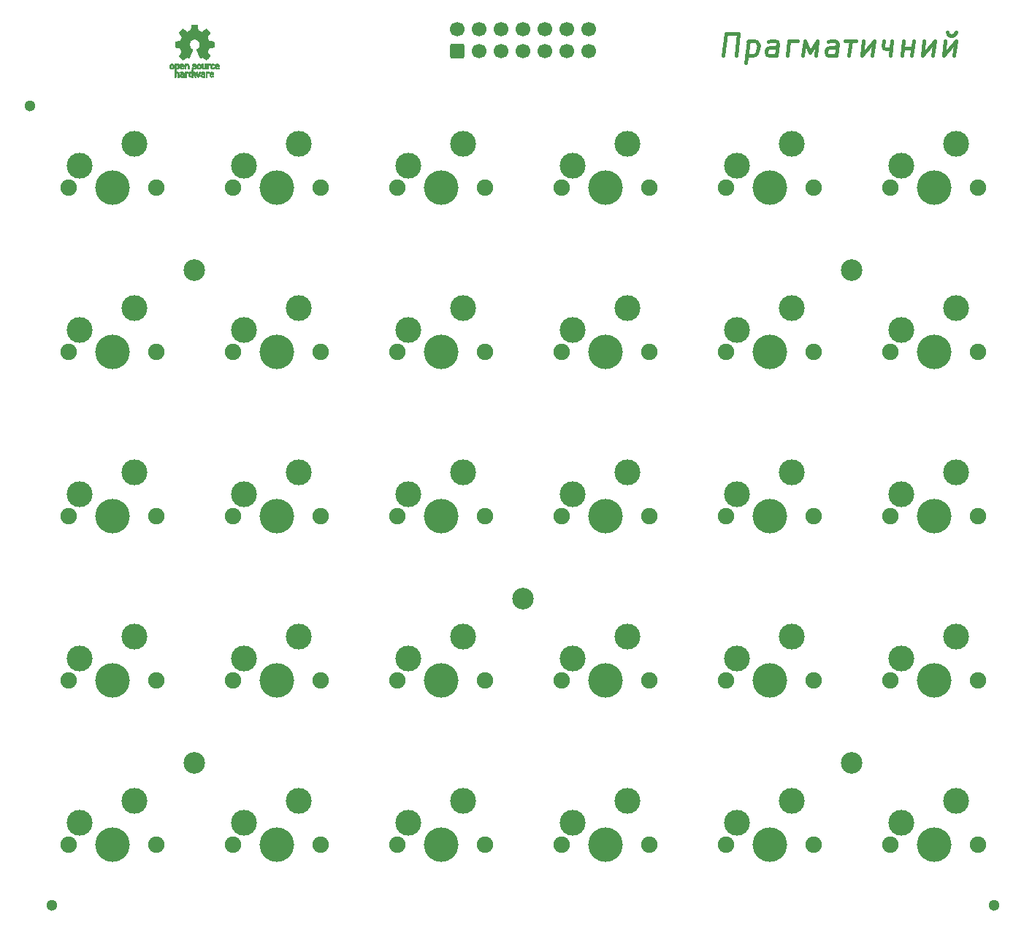
<source format=gts>
%TF.GenerationSoftware,KiCad,Pcbnew,(6.0.5-0)*%
%TF.CreationDate,2022-06-17T00:42:47+08:00*%
%TF.ProjectId,Pragmatic,50726167-6d61-4746-9963-2e6b69636164,3*%
%TF.SameCoordinates,PX9157080PY3680a30*%
%TF.FileFunction,Soldermask,Top*%
%TF.FilePolarity,Negative*%
%FSLAX46Y46*%
G04 Gerber Fmt 4.6, Leading zero omitted, Abs format (unit mm)*
G04 Created by KiCad (PCBNEW (6.0.5-0)) date 2022-06-17 00:42:47*
%MOMM*%
%LPD*%
G01*
G04 APERTURE LIST*
G04 Aperture macros list*
%AMRoundRect*
0 Rectangle with rounded corners*
0 $1 Rounding radius*
0 $2 $3 $4 $5 $6 $7 $8 $9 X,Y pos of 4 corners*
0 Add a 4 corners polygon primitive as box body*
4,1,4,$2,$3,$4,$5,$6,$7,$8,$9,$2,$3,0*
0 Add four circle primitives for the rounded corners*
1,1,$1+$1,$2,$3*
1,1,$1+$1,$4,$5*
1,1,$1+$1,$6,$7*
1,1,$1+$1,$8,$9*
0 Add four rect primitives between the rounded corners*
20,1,$1+$1,$2,$3,$4,$5,0*
20,1,$1+$1,$4,$5,$6,$7,0*
20,1,$1+$1,$6,$7,$8,$9,0*
20,1,$1+$1,$8,$9,$2,$3,0*%
G04 Aperture macros list end*
%ADD10C,0.457200*%
%ADD11C,0.010000*%
%ADD12C,4.000000*%
%ADD13C,1.900000*%
%ADD14C,3.000000*%
%ADD15C,2.500000*%
%ADD16RoundRect,0.250000X0.600000X-0.600000X0.600000X0.600000X-0.600000X0.600000X-0.600000X-0.600000X0*%
%ADD17C,1.700000*%
%ADD18C,1.300000*%
G04 APERTURE END LIST*
D10*
X-24426078Y15337972D02*
X-24102228Y17928772D01*
X-22621771Y17928772D01*
X-22945621Y15337972D01*
X-21496007Y17065172D02*
X-21819857Y14474372D01*
X-21511428Y16941800D02*
X-21249264Y17065172D01*
X-20755778Y17065172D01*
X-20524457Y16941800D01*
X-20416507Y16818429D01*
X-20323978Y16571686D01*
X-20416507Y15831458D01*
X-20570721Y15584715D01*
X-20709514Y15461343D01*
X-20971678Y15337972D01*
X-21465164Y15337972D01*
X-21696485Y15461343D01*
X-18257507Y15337972D02*
X-18087871Y16695058D01*
X-18180400Y16941800D01*
X-18411721Y17065172D01*
X-18905207Y17065172D01*
X-19167371Y16941800D01*
X-18242085Y15461343D02*
X-18504250Y15337972D01*
X-19121107Y15337972D01*
X-19352428Y15461343D01*
X-19444957Y15708086D01*
X-19414114Y15954829D01*
X-19259900Y16201572D01*
X-18997735Y16324943D01*
X-18380878Y16324943D01*
X-18118714Y16448315D01*
X-17023793Y15337972D02*
X-16807893Y17065172D01*
X-15820921Y17065172D01*
X-15173221Y15337972D02*
X-14957321Y17065172D01*
X-14386728Y15708086D01*
X-13476864Y17065172D01*
X-13692764Y15337972D01*
X-11348707Y15337972D02*
X-11179071Y16695058D01*
X-11271600Y16941800D01*
X-11502921Y17065172D01*
X-11996407Y17065172D01*
X-12258571Y16941800D01*
X-11333285Y15461343D02*
X-11595450Y15337972D01*
X-12212307Y15337972D01*
X-12443628Y15461343D01*
X-12536157Y15708086D01*
X-12505314Y15954829D01*
X-12351100Y16201572D01*
X-12088935Y16324943D01*
X-11472078Y16324943D01*
X-11209914Y16448315D01*
X-10269207Y17065172D02*
X-9035493Y17065172D01*
X-9652350Y17065172D02*
X-9868250Y15337972D01*
X-8171893Y17065172D02*
X-8387793Y15337972D01*
X-6938178Y17065172D01*
X-7154078Y15337972D01*
X-4840864Y17065172D02*
X-5056764Y15337972D01*
X-5827835Y17065172D02*
X-5904943Y16448315D01*
X-5812414Y16201572D01*
X-5581093Y16078200D01*
X-4964235Y16078200D01*
X-3591728Y16201572D02*
X-2481385Y16201572D01*
X-3483778Y17065172D02*
X-3699678Y15337972D01*
X-2373435Y17065172D02*
X-2589335Y15337972D01*
X-1139721Y17065172D02*
X-1355621Y15337972D01*
X93993Y17065172D01*
X-121907Y15337972D01*
X1327707Y17065172D02*
X1111807Y15337972D01*
X2561422Y17065172D01*
X2345522Y15337972D01*
X1574450Y18052143D02*
X1666979Y17805400D01*
X1898300Y17682029D01*
X2145043Y17682029D01*
X2407207Y17805400D01*
X2561422Y18052143D01*
G36*
X-84734763Y14216695D02*
G01*
X-84733575Y14124474D01*
X-84729233Y14054427D01*
X-84720572Y14003656D01*
X-84706426Y13969265D01*
X-84685630Y13948358D01*
X-84657020Y13938037D01*
X-84621595Y13935401D01*
X-84584494Y13938355D01*
X-84556312Y13949148D01*
X-84535887Y13970677D01*
X-84522051Y14005838D01*
X-84513639Y14057527D01*
X-84509487Y14128643D01*
X-84508427Y14216695D01*
X-84508427Y14412423D01*
X-84370110Y14412423D01*
X-84370110Y13808858D01*
X-84439268Y13808858D01*
X-84480960Y13810548D01*
X-84502429Y13816481D01*
X-84508427Y13827744D01*
X-84512039Y13837776D01*
X-84526416Y13835654D01*
X-84555394Y13821457D01*
X-84621811Y13799557D01*
X-84692255Y13801109D01*
X-84759753Y13824890D01*
X-84791897Y13843675D01*
X-84816415Y13864015D01*
X-84834326Y13889464D01*
X-84846651Y13923579D01*
X-84854407Y13969916D01*
X-84858614Y14032030D01*
X-84860290Y14113476D01*
X-84860506Y14176459D01*
X-84860506Y14412423D01*
X-84734763Y14412423D01*
X-84734763Y14216695D01*
G37*
D11*
X-84734763Y14216695D02*
X-84733575Y14124474D01*
X-84729233Y14054427D01*
X-84720572Y14003656D01*
X-84706426Y13969265D01*
X-84685630Y13948358D01*
X-84657020Y13938037D01*
X-84621595Y13935401D01*
X-84584494Y13938355D01*
X-84556312Y13949148D01*
X-84535887Y13970677D01*
X-84522051Y14005838D01*
X-84513639Y14057527D01*
X-84509487Y14128643D01*
X-84508427Y14216695D01*
X-84508427Y14412423D01*
X-84370110Y14412423D01*
X-84370110Y13808858D01*
X-84439268Y13808858D01*
X-84480960Y13810548D01*
X-84502429Y13816481D01*
X-84508427Y13827744D01*
X-84512039Y13837776D01*
X-84526416Y13835654D01*
X-84555394Y13821457D01*
X-84621811Y13799557D01*
X-84692255Y13801109D01*
X-84759753Y13824890D01*
X-84791897Y13843675D01*
X-84816415Y13864015D01*
X-84834326Y13889464D01*
X-84846651Y13923579D01*
X-84854407Y13969916D01*
X-84858614Y14032030D01*
X-84860290Y14113476D01*
X-84860506Y14176459D01*
X-84860506Y14412423D01*
X-84734763Y14412423D01*
X-84734763Y14216695D01*
G36*
X-86414664Y13212437D02*
G01*
X-86408514Y13294019D01*
X-86395733Y13355270D01*
X-86374471Y13400551D01*
X-86342878Y13434221D01*
X-86312207Y13453986D01*
X-86269354Y13467880D01*
X-86216056Y13472646D01*
X-86161480Y13468764D01*
X-86114792Y13456718D01*
X-86090124Y13442307D01*
X-86064505Y13419122D01*
X-86064505Y13712227D01*
X-85926188Y13712227D01*
X-85926188Y12857178D01*
X-85995346Y12857178D01*
X-86035488Y12858355D01*
X-86056394Y12863228D01*
X-86063922Y12873814D01*
X-86064505Y12880971D01*
X-86065774Y12895324D01*
X-86073779Y12898077D01*
X-86094815Y12889229D01*
X-86111173Y12880971D01*
X-86173977Y12861403D01*
X-86242248Y12860271D01*
X-86297752Y12874865D01*
X-86349438Y12910123D01*
X-86388838Y12962165D01*
X-86410413Y13023550D01*
X-86410962Y13026982D01*
X-86414167Y13064429D01*
X-86415761Y13118187D01*
X-86415633Y13158845D01*
X-86278279Y13158845D01*
X-86275097Y13104806D01*
X-86267859Y13060265D01*
X-86258060Y13035112D01*
X-86220989Y13000740D01*
X-86176974Y12988418D01*
X-86131584Y12998382D01*
X-86092797Y13028105D01*
X-86078108Y13048095D01*
X-86069519Y13071950D01*
X-86065496Y13106770D01*
X-86064505Y13159070D01*
X-86066278Y13210861D01*
X-86070963Y13256366D01*
X-86077603Y13286819D01*
X-86078710Y13289548D01*
X-86105491Y13322000D01*
X-86144579Y13339817D01*
X-86188315Y13342694D01*
X-86229038Y13330326D01*
X-86259087Y13302407D01*
X-86262204Y13296852D01*
X-86271961Y13262978D01*
X-86277277Y13214272D01*
X-86278279Y13158845D01*
X-86415633Y13158845D01*
X-86415568Y13179460D01*
X-86414664Y13212437D01*
G37*
X-86414664Y13212437D02*
X-86408514Y13294019D01*
X-86395733Y13355270D01*
X-86374471Y13400551D01*
X-86342878Y13434221D01*
X-86312207Y13453986D01*
X-86269354Y13467880D01*
X-86216056Y13472646D01*
X-86161480Y13468764D01*
X-86114792Y13456718D01*
X-86090124Y13442307D01*
X-86064505Y13419122D01*
X-86064505Y13712227D01*
X-85926188Y13712227D01*
X-85926188Y12857178D01*
X-85995346Y12857178D01*
X-86035488Y12858355D01*
X-86056394Y12863228D01*
X-86063922Y12873814D01*
X-86064505Y12880971D01*
X-86065774Y12895324D01*
X-86073779Y12898077D01*
X-86094815Y12889229D01*
X-86111173Y12880971D01*
X-86173977Y12861403D01*
X-86242248Y12860271D01*
X-86297752Y12874865D01*
X-86349438Y12910123D01*
X-86388838Y12962165D01*
X-86410413Y13023550D01*
X-86410962Y13026982D01*
X-86414167Y13064429D01*
X-86415761Y13118187D01*
X-86415633Y13158845D01*
X-86278279Y13158845D01*
X-86275097Y13104806D01*
X-86267859Y13060265D01*
X-86258060Y13035112D01*
X-86220989Y13000740D01*
X-86176974Y12988418D01*
X-86131584Y12998382D01*
X-86092797Y13028105D01*
X-86078108Y13048095D01*
X-86069519Y13071950D01*
X-86065496Y13106770D01*
X-86064505Y13159070D01*
X-86066278Y13210861D01*
X-86070963Y13256366D01*
X-86077603Y13286819D01*
X-86078710Y13289548D01*
X-86105491Y13322000D01*
X-86144579Y13339817D01*
X-86188315Y13342694D01*
X-86229038Y13330326D01*
X-86259087Y13302407D01*
X-86262204Y13296852D01*
X-86271961Y13262978D01*
X-86277277Y13214272D01*
X-86278279Y13158845D01*
X-86415633Y13158845D01*
X-86415568Y13179460D01*
X-86414664Y13212437D01*
G36*
X-85714113Y14414585D02*
G01*
X-85666496Y14405555D01*
X-85617096Y14386667D01*
X-85611818Y14384260D01*
X-85574356Y14364561D01*
X-85548413Y14346256D01*
X-85540027Y14334529D01*
X-85548013Y14315405D01*
X-85567410Y14287187D01*
X-85576020Y14276653D01*
X-85611502Y14235190D01*
X-85657245Y14262179D01*
X-85700780Y14280159D01*
X-85751080Y14289770D01*
X-85799318Y14290377D01*
X-85836663Y14281346D01*
X-85845625Y14275710D01*
X-85862693Y14249866D01*
X-85864767Y14220096D01*
X-85851996Y14196840D01*
X-85844442Y14192329D01*
X-85821805Y14186728D01*
X-85782015Y14180145D01*
X-85732964Y14173854D01*
X-85723915Y14172867D01*
X-85645134Y14159239D01*
X-85587994Y14136091D01*
X-85550100Y14101285D01*
X-85529051Y14052683D01*
X-85522495Y13993319D01*
X-85531553Y13925839D01*
X-85560966Y13872849D01*
X-85610852Y13834254D01*
X-85681330Y13809956D01*
X-85759565Y13800370D01*
X-85823364Y13800485D01*
X-85875114Y13809192D01*
X-85910457Y13821212D01*
X-85955113Y13842157D01*
X-85996383Y13866463D01*
X-86011051Y13877161D01*
X-86048773Y13907953D01*
X-86003278Y13953988D01*
X-85957783Y14000024D01*
X-85906058Y13965794D01*
X-85854178Y13940085D01*
X-85798779Y13926638D01*
X-85745525Y13925219D01*
X-85700081Y13935594D01*
X-85668114Y13957530D01*
X-85657792Y13976039D01*
X-85659341Y14005723D01*
X-85684990Y14028422D01*
X-85734670Y14044097D01*
X-85789099Y14051342D01*
X-85872866Y14065164D01*
X-85935097Y14091241D01*
X-85976623Y14130338D01*
X-85998277Y14183217D01*
X-86001277Y14245911D01*
X-85986459Y14311395D01*
X-85952676Y14360893D01*
X-85899625Y14394629D01*
X-85827004Y14412830D01*
X-85773202Y14416398D01*
X-85714113Y14414585D01*
G37*
X-85714113Y14414585D02*
X-85666496Y14405555D01*
X-85617096Y14386667D01*
X-85611818Y14384260D01*
X-85574356Y14364561D01*
X-85548413Y14346256D01*
X-85540027Y14334529D01*
X-85548013Y14315405D01*
X-85567410Y14287187D01*
X-85576020Y14276653D01*
X-85611502Y14235190D01*
X-85657245Y14262179D01*
X-85700780Y14280159D01*
X-85751080Y14289770D01*
X-85799318Y14290377D01*
X-85836663Y14281346D01*
X-85845625Y14275710D01*
X-85862693Y14249866D01*
X-85864767Y14220096D01*
X-85851996Y14196840D01*
X-85844442Y14192329D01*
X-85821805Y14186728D01*
X-85782015Y14180145D01*
X-85732964Y14173854D01*
X-85723915Y14172867D01*
X-85645134Y14159239D01*
X-85587994Y14136091D01*
X-85550100Y14101285D01*
X-85529051Y14052683D01*
X-85522495Y13993319D01*
X-85531553Y13925839D01*
X-85560966Y13872849D01*
X-85610852Y13834254D01*
X-85681330Y13809956D01*
X-85759565Y13800370D01*
X-85823364Y13800485D01*
X-85875114Y13809192D01*
X-85910457Y13821212D01*
X-85955113Y13842157D01*
X-85996383Y13866463D01*
X-86011051Y13877161D01*
X-86048773Y13907953D01*
X-86003278Y13953988D01*
X-85957783Y14000024D01*
X-85906058Y13965794D01*
X-85854178Y13940085D01*
X-85798779Y13926638D01*
X-85745525Y13925219D01*
X-85700081Y13935594D01*
X-85668114Y13957530D01*
X-85657792Y13976039D01*
X-85659341Y14005723D01*
X-85684990Y14028422D01*
X-85734670Y14044097D01*
X-85789099Y14051342D01*
X-85872866Y14065164D01*
X-85935097Y14091241D01*
X-85976623Y14130338D01*
X-85998277Y14183217D01*
X-86001277Y14245911D01*
X-85986459Y14311395D01*
X-85952676Y14360893D01*
X-85899625Y14394629D01*
X-85827004Y14412830D01*
X-85773202Y14416398D01*
X-85714113Y14414585D01*
G36*
X-84991467Y13135793D02*
G01*
X-84960506Y13174457D01*
X-84941754Y13191173D01*
X-84923397Y13202159D01*
X-84899511Y13208857D01*
X-84864173Y13212711D01*
X-84811461Y13215164D01*
X-84790553Y13215869D01*
X-84659318Y13220158D01*
X-84659510Y13259879D01*
X-84664593Y13301632D01*
X-84682968Y13326879D01*
X-84720091Y13343007D01*
X-84721087Y13343295D01*
X-84773720Y13349637D01*
X-84825224Y13341353D01*
X-84863500Y13321210D01*
X-84878858Y13311264D01*
X-84895400Y13312640D01*
X-84920855Y13327050D01*
X-84935802Y13337220D01*
X-84965039Y13358949D01*
X-84983150Y13375237D01*
X-84986056Y13379900D01*
X-84974090Y13404032D01*
X-84938734Y13432852D01*
X-84923377Y13442576D01*
X-84879229Y13459323D01*
X-84819732Y13468810D01*
X-84753643Y13470942D01*
X-84689719Y13465620D01*
X-84636719Y13452747D01*
X-84621399Y13445927D01*
X-84591702Y13428063D01*
X-84568910Y13407944D01*
X-84552047Y13382075D01*
X-84540132Y13346964D01*
X-84532188Y13299117D01*
X-84527236Y13235041D01*
X-84524299Y13151243D01*
X-84523183Y13095269D01*
X-84519078Y12853215D01*
X-84589198Y12853215D01*
X-84631737Y12854999D01*
X-84653654Y12861095D01*
X-84659318Y12871331D01*
X-84662309Y12882400D01*
X-84675679Y12880283D01*
X-84693897Y12871408D01*
X-84739506Y12857804D01*
X-84798123Y12854138D01*
X-84859776Y12860134D01*
X-84914492Y12875516D01*
X-84919400Y12877651D01*
X-84969407Y12912782D01*
X-85002374Y12961618D01*
X-85017543Y13018704D01*
X-85016384Y13039213D01*
X-84892622Y13039213D01*
X-84881717Y13011612D01*
X-84849385Y12991833D01*
X-84797220Y12981218D01*
X-84769343Y12979809D01*
X-84722883Y12983417D01*
X-84692001Y12997440D01*
X-84684466Y13004106D01*
X-84664054Y13040371D01*
X-84659318Y13073264D01*
X-84659318Y13117274D01*
X-84720617Y13117274D01*
X-84791874Y13113642D01*
X-84841854Y13102219D01*
X-84873434Y13082213D01*
X-84880504Y13073294D01*
X-84892622Y13039213D01*
X-85016384Y13039213D01*
X-85014159Y13078581D01*
X-84991467Y13135793D01*
G37*
X-84991467Y13135793D02*
X-84960506Y13174457D01*
X-84941754Y13191173D01*
X-84923397Y13202159D01*
X-84899511Y13208857D01*
X-84864173Y13212711D01*
X-84811461Y13215164D01*
X-84790553Y13215869D01*
X-84659318Y13220158D01*
X-84659510Y13259879D01*
X-84664593Y13301632D01*
X-84682968Y13326879D01*
X-84720091Y13343007D01*
X-84721087Y13343295D01*
X-84773720Y13349637D01*
X-84825224Y13341353D01*
X-84863500Y13321210D01*
X-84878858Y13311264D01*
X-84895400Y13312640D01*
X-84920855Y13327050D01*
X-84935802Y13337220D01*
X-84965039Y13358949D01*
X-84983150Y13375237D01*
X-84986056Y13379900D01*
X-84974090Y13404032D01*
X-84938734Y13432852D01*
X-84923377Y13442576D01*
X-84879229Y13459323D01*
X-84819732Y13468810D01*
X-84753643Y13470942D01*
X-84689719Y13465620D01*
X-84636719Y13452747D01*
X-84621399Y13445927D01*
X-84591702Y13428063D01*
X-84568910Y13407944D01*
X-84552047Y13382075D01*
X-84540132Y13346964D01*
X-84532188Y13299117D01*
X-84527236Y13235041D01*
X-84524299Y13151243D01*
X-84523183Y13095269D01*
X-84519078Y12853215D01*
X-84589198Y12853215D01*
X-84631737Y12854999D01*
X-84653654Y12861095D01*
X-84659318Y12871331D01*
X-84662309Y12882400D01*
X-84675679Y12880283D01*
X-84693897Y12871408D01*
X-84739506Y12857804D01*
X-84798123Y12854138D01*
X-84859776Y12860134D01*
X-84914492Y12875516D01*
X-84919400Y12877651D01*
X-84969407Y12912782D01*
X-85002374Y12961618D01*
X-85017543Y13018704D01*
X-85016384Y13039213D01*
X-84892622Y13039213D01*
X-84881717Y13011612D01*
X-84849385Y12991833D01*
X-84797220Y12981218D01*
X-84769343Y12979809D01*
X-84722883Y12983417D01*
X-84692001Y12997440D01*
X-84684466Y13004106D01*
X-84664054Y13040371D01*
X-84659318Y13073264D01*
X-84659318Y13117274D01*
X-84720617Y13117274D01*
X-84791874Y13113642D01*
X-84841854Y13102219D01*
X-84873434Y13082213D01*
X-84880504Y13073294D01*
X-84892622Y13039213D01*
X-85016384Y13039213D01*
X-85014159Y13078581D01*
X-84991467Y13135793D01*
G36*
X-85442742Y14260536D02*
G01*
X-85409101Y14328507D01*
X-85359112Y14377373D01*
X-85292774Y14407138D01*
X-85278529Y14410589D01*
X-85192920Y14418692D01*
X-85117368Y14404982D01*
X-85053767Y14370345D01*
X-85004007Y14315665D01*
X-84980562Y14271195D01*
X-84970496Y14231916D01*
X-84963974Y14175921D01*
X-84961179Y14111416D01*
X-84962294Y14046608D01*
X-84967504Y13989703D01*
X-84973589Y13959310D01*
X-84994116Y13917731D01*
X-85029667Y13873569D01*
X-85072511Y13834950D01*
X-85114919Y13810003D01*
X-85115953Y13809607D01*
X-85168577Y13798706D01*
X-85230942Y13798436D01*
X-85290206Y13808361D01*
X-85313090Y13816315D01*
X-85372028Y13849737D01*
X-85414240Y13893526D01*
X-85441974Y13951499D01*
X-85457479Y14027472D01*
X-85460987Y14067266D01*
X-85460540Y14117271D01*
X-85325754Y14117271D01*
X-85321213Y14044305D01*
X-85308144Y13988703D01*
X-85287374Y13953176D01*
X-85272578Y13943017D01*
X-85234666Y13935933D01*
X-85189603Y13938030D01*
X-85150643Y13948225D01*
X-85140426Y13953833D01*
X-85113471Y13986499D01*
X-85095679Y14036492D01*
X-85088106Y14097332D01*
X-85091805Y14162540D01*
X-85100073Y14201784D01*
X-85123810Y14247232D01*
X-85161281Y14275641D01*
X-85206410Y14285464D01*
X-85253119Y14275150D01*
X-85288998Y14249925D01*
X-85307853Y14229112D01*
X-85318858Y14208598D01*
X-85324104Y14180834D01*
X-85325681Y14138275D01*
X-85325754Y14117271D01*
X-85460540Y14117271D01*
X-85460036Y14173457D01*
X-85442742Y14260536D01*
G37*
X-85442742Y14260536D02*
X-85409101Y14328507D01*
X-85359112Y14377373D01*
X-85292774Y14407138D01*
X-85278529Y14410589D01*
X-85192920Y14418692D01*
X-85117368Y14404982D01*
X-85053767Y14370345D01*
X-85004007Y14315665D01*
X-84980562Y14271195D01*
X-84970496Y14231916D01*
X-84963974Y14175921D01*
X-84961179Y14111416D01*
X-84962294Y14046608D01*
X-84967504Y13989703D01*
X-84973589Y13959310D01*
X-84994116Y13917731D01*
X-85029667Y13873569D01*
X-85072511Y13834950D01*
X-85114919Y13810003D01*
X-85115953Y13809607D01*
X-85168577Y13798706D01*
X-85230942Y13798436D01*
X-85290206Y13808361D01*
X-85313090Y13816315D01*
X-85372028Y13849737D01*
X-85414240Y13893526D01*
X-85441974Y13951499D01*
X-85457479Y14027472D01*
X-85460987Y14067266D01*
X-85460540Y14117271D01*
X-85325754Y14117271D01*
X-85321213Y14044305D01*
X-85308144Y13988703D01*
X-85287374Y13953176D01*
X-85272578Y13943017D01*
X-85234666Y13935933D01*
X-85189603Y13938030D01*
X-85150643Y13948225D01*
X-85140426Y13953833D01*
X-85113471Y13986499D01*
X-85095679Y14036492D01*
X-85088106Y14097332D01*
X-85091805Y14162540D01*
X-85100073Y14201784D01*
X-85123810Y14247232D01*
X-85161281Y14275641D01*
X-85206410Y14285464D01*
X-85253119Y14275150D01*
X-85288998Y14249925D01*
X-85307853Y14229112D01*
X-85318858Y14208598D01*
X-85324104Y14180834D01*
X-85325681Y14138275D01*
X-85325754Y14117271D01*
X-85460540Y14117271D01*
X-85460036Y14173457D01*
X-85442742Y14260536D01*
G36*
X-86721486Y13468017D02*
G01*
X-86702669Y13462377D01*
X-86696603Y13449984D01*
X-86696348Y13444390D01*
X-86695259Y13428807D01*
X-86687762Y13426361D01*
X-86667511Y13437044D01*
X-86655481Y13444343D01*
X-86617530Y13459974D01*
X-86572202Y13467703D01*
X-86524674Y13468297D01*
X-86480125Y13462524D01*
X-86443732Y13451153D01*
X-86420673Y13434949D01*
X-86416126Y13414682D01*
X-86418421Y13409194D01*
X-86435150Y13386411D01*
X-86461093Y13358390D01*
X-86465785Y13353860D01*
X-86490513Y13333032D01*
X-86511848Y13326302D01*
X-86541685Y13330999D01*
X-86553638Y13334120D01*
X-86590835Y13341616D01*
X-86616989Y13338245D01*
X-86639076Y13326356D01*
X-86659308Y13310402D01*
X-86674209Y13290337D01*
X-86684564Y13262335D01*
X-86691159Y13222570D01*
X-86694779Y13167214D01*
X-86696208Y13092443D01*
X-86696348Y13047297D01*
X-86696348Y12853215D01*
X-86822090Y12853215D01*
X-86822090Y13469354D01*
X-86759219Y13469354D01*
X-86721486Y13468017D01*
G37*
X-86721486Y13468017D02*
X-86702669Y13462377D01*
X-86696603Y13449984D01*
X-86696348Y13444390D01*
X-86695259Y13428807D01*
X-86687762Y13426361D01*
X-86667511Y13437044D01*
X-86655481Y13444343D01*
X-86617530Y13459974D01*
X-86572202Y13467703D01*
X-86524674Y13468297D01*
X-86480125Y13462524D01*
X-86443732Y13451153D01*
X-86420673Y13434949D01*
X-86416126Y13414682D01*
X-86418421Y13409194D01*
X-86435150Y13386411D01*
X-86461093Y13358390D01*
X-86465785Y13353860D01*
X-86490513Y13333032D01*
X-86511848Y13326302D01*
X-86541685Y13330999D01*
X-86553638Y13334120D01*
X-86590835Y13341616D01*
X-86616989Y13338245D01*
X-86639076Y13326356D01*
X-86659308Y13310402D01*
X-86674209Y13290337D01*
X-86684564Y13262335D01*
X-86691159Y13222570D01*
X-86694779Y13167214D01*
X-86696208Y13092443D01*
X-86696348Y13047297D01*
X-86696348Y12853215D01*
X-86822090Y12853215D01*
X-86822090Y13469354D01*
X-86759219Y13469354D01*
X-86721486Y13468017D01*
G36*
X-87408840Y13147192D02*
G01*
X-87365078Y13189390D01*
X-87359029Y13193229D01*
X-87333037Y13205728D01*
X-87300865Y13213297D01*
X-87255890Y13216976D01*
X-87202461Y13217821D01*
X-87086150Y13217868D01*
X-87086150Y13266626D01*
X-87091083Y13304456D01*
X-87103673Y13329801D01*
X-87105147Y13331150D01*
X-87133164Y13342237D01*
X-87175456Y13346534D01*
X-87222194Y13344422D01*
X-87263548Y13336281D01*
X-87288087Y13324072D01*
X-87301383Y13314291D01*
X-87315424Y13312424D01*
X-87334801Y13320437D01*
X-87364106Y13340298D01*
X-87407933Y13373974D01*
X-87411955Y13377128D01*
X-87409894Y13388801D01*
X-87392698Y13408215D01*
X-87366563Y13429789D01*
X-87337682Y13447941D01*
X-87328608Y13452228D01*
X-87295510Y13460781D01*
X-87247010Y13466882D01*
X-87192825Y13469329D01*
X-87190291Y13469334D01*
X-87112340Y13464482D01*
X-87053185Y13448698D01*
X-87008153Y13420089D01*
X-86976376Y13382618D01*
X-86966496Y13366626D01*
X-86959203Y13349874D01*
X-86954104Y13328445D01*
X-86950809Y13298421D01*
X-86948927Y13255883D01*
X-86948067Y13196915D01*
X-86947837Y13117597D01*
X-86947833Y13096553D01*
X-86947833Y12853215D01*
X-87008189Y12853215D01*
X-87046687Y12855911D01*
X-87075153Y12862742D01*
X-87082285Y12866954D01*
X-87101782Y12874224D01*
X-87121696Y12866954D01*
X-87154483Y12857877D01*
X-87202108Y12854224D01*
X-87254894Y12855809D01*
X-87303166Y12862448D01*
X-87331348Y12870965D01*
X-87385883Y12905974D01*
X-87419965Y12954558D01*
X-87435287Y13019155D01*
X-87435429Y13020814D01*
X-87434085Y13049471D01*
X-87312486Y13049471D01*
X-87301856Y13016876D01*
X-87284540Y12998532D01*
X-87249782Y12984658D01*
X-87203903Y12979120D01*
X-87157118Y12981846D01*
X-87119644Y12992763D01*
X-87109145Y12999768D01*
X-87090798Y13032133D01*
X-87086150Y13068926D01*
X-87086150Y13117274D01*
X-87155712Y13117274D01*
X-87221797Y13112187D01*
X-87271894Y13097774D01*
X-87303059Y13075308D01*
X-87312486Y13049471D01*
X-87434085Y13049471D01*
X-87432117Y13091390D01*
X-87408840Y13147192D01*
G37*
X-87408840Y13147192D02*
X-87365078Y13189390D01*
X-87359029Y13193229D01*
X-87333037Y13205728D01*
X-87300865Y13213297D01*
X-87255890Y13216976D01*
X-87202461Y13217821D01*
X-87086150Y13217868D01*
X-87086150Y13266626D01*
X-87091083Y13304456D01*
X-87103673Y13329801D01*
X-87105147Y13331150D01*
X-87133164Y13342237D01*
X-87175456Y13346534D01*
X-87222194Y13344422D01*
X-87263548Y13336281D01*
X-87288087Y13324072D01*
X-87301383Y13314291D01*
X-87315424Y13312424D01*
X-87334801Y13320437D01*
X-87364106Y13340298D01*
X-87407933Y13373974D01*
X-87411955Y13377128D01*
X-87409894Y13388801D01*
X-87392698Y13408215D01*
X-87366563Y13429789D01*
X-87337682Y13447941D01*
X-87328608Y13452228D01*
X-87295510Y13460781D01*
X-87247010Y13466882D01*
X-87192825Y13469329D01*
X-87190291Y13469334D01*
X-87112340Y13464482D01*
X-87053185Y13448698D01*
X-87008153Y13420089D01*
X-86976376Y13382618D01*
X-86966496Y13366626D01*
X-86959203Y13349874D01*
X-86954104Y13328445D01*
X-86950809Y13298421D01*
X-86948927Y13255883D01*
X-86948067Y13196915D01*
X-86947837Y13117597D01*
X-86947833Y13096553D01*
X-86947833Y12853215D01*
X-87008189Y12853215D01*
X-87046687Y12855911D01*
X-87075153Y12862742D01*
X-87082285Y12866954D01*
X-87101782Y12874224D01*
X-87121696Y12866954D01*
X-87154483Y12857877D01*
X-87202108Y12854224D01*
X-87254894Y12855809D01*
X-87303166Y12862448D01*
X-87331348Y12870965D01*
X-87385883Y12905974D01*
X-87419965Y12954558D01*
X-87435287Y13019155D01*
X-87435429Y13020814D01*
X-87434085Y13049471D01*
X-87312486Y13049471D01*
X-87301856Y13016876D01*
X-87284540Y12998532D01*
X-87249782Y12984658D01*
X-87203903Y12979120D01*
X-87157118Y12981846D01*
X-87119644Y12992763D01*
X-87109145Y12999768D01*
X-87090798Y13032133D01*
X-87086150Y13068926D01*
X-87086150Y13117274D01*
X-87155712Y13117274D01*
X-87221797Y13112187D01*
X-87271894Y13097774D01*
X-87303059Y13075308D01*
X-87312486Y13049471D01*
X-87434085Y13049471D01*
X-87432117Y13091390D01*
X-87408840Y13147192D01*
G36*
X-87394168Y14311012D02*
G01*
X-87361937Y14350398D01*
X-87302347Y14393106D01*
X-87232298Y14415928D01*
X-87157791Y14417991D01*
X-87084829Y14398423D01*
X-87072298Y14392523D01*
X-87028929Y14360754D01*
X-86987920Y14314391D01*
X-86957298Y14263341D01*
X-86948589Y14239871D01*
X-86940642Y14197946D01*
X-86935904Y14147280D01*
X-86935329Y14126358D01*
X-86935259Y14060344D01*
X-87315213Y14060344D01*
X-87307113Y14025764D01*
X-87287234Y13984867D01*
X-87252477Y13949523D01*
X-87211128Y13926755D01*
X-87184779Y13922027D01*
X-87149046Y13927764D01*
X-87106412Y13942155D01*
X-87091929Y13948775D01*
X-87038370Y13975524D01*
X-86992663Y13940661D01*
X-86966288Y13917082D01*
X-86952254Y13897620D01*
X-86951544Y13891908D01*
X-86964081Y13878064D01*
X-86991558Y13857025D01*
X-87016496Y13840612D01*
X-87083794Y13811107D01*
X-87159240Y13797753D01*
X-87234018Y13801225D01*
X-87293625Y13819374D01*
X-87355071Y13858253D01*
X-87398738Y13909442D01*
X-87426056Y13975670D01*
X-87438452Y14059666D01*
X-87439551Y14098101D01*
X-87435152Y14186176D01*
X-87434612Y14188738D01*
X-87308712Y14188738D01*
X-87305245Y14180479D01*
X-87290993Y14175924D01*
X-87261600Y14173972D01*
X-87212705Y14173520D01*
X-87193878Y14173512D01*
X-87136597Y14174194D01*
X-87100271Y14176673D01*
X-87080734Y14181594D01*
X-87073820Y14189603D01*
X-87073575Y14192175D01*
X-87081466Y14212614D01*
X-87101215Y14241248D01*
X-87109705Y14251274D01*
X-87141224Y14279629D01*
X-87174079Y14290778D01*
X-87191781Y14291710D01*
X-87239669Y14280056D01*
X-87279829Y14248752D01*
X-87305303Y14203285D01*
X-87305755Y14201804D01*
X-87308712Y14188738D01*
X-87434612Y14188738D01*
X-87420522Y14255527D01*
X-87394168Y14311012D01*
G37*
X-87394168Y14311012D02*
X-87361937Y14350398D01*
X-87302347Y14393106D01*
X-87232298Y14415928D01*
X-87157791Y14417991D01*
X-87084829Y14398423D01*
X-87072298Y14392523D01*
X-87028929Y14360754D01*
X-86987920Y14314391D01*
X-86957298Y14263341D01*
X-86948589Y14239871D01*
X-86940642Y14197946D01*
X-86935904Y14147280D01*
X-86935329Y14126358D01*
X-86935259Y14060344D01*
X-87315213Y14060344D01*
X-87307113Y14025764D01*
X-87287234Y13984867D01*
X-87252477Y13949523D01*
X-87211128Y13926755D01*
X-87184779Y13922027D01*
X-87149046Y13927764D01*
X-87106412Y13942155D01*
X-87091929Y13948775D01*
X-87038370Y13975524D01*
X-86992663Y13940661D01*
X-86966288Y13917082D01*
X-86952254Y13897620D01*
X-86951544Y13891908D01*
X-86964081Y13878064D01*
X-86991558Y13857025D01*
X-87016496Y13840612D01*
X-87083794Y13811107D01*
X-87159240Y13797753D01*
X-87234018Y13801225D01*
X-87293625Y13819374D01*
X-87355071Y13858253D01*
X-87398738Y13909442D01*
X-87426056Y13975670D01*
X-87438452Y14059666D01*
X-87439551Y14098101D01*
X-87435152Y14186176D01*
X-87434612Y14188738D01*
X-87308712Y14188738D01*
X-87305245Y14180479D01*
X-87290993Y14175924D01*
X-87261600Y14173972D01*
X-87212705Y14173520D01*
X-87193878Y14173512D01*
X-87136597Y14174194D01*
X-87100271Y14176673D01*
X-87080734Y14181594D01*
X-87073820Y14189603D01*
X-87073575Y14192175D01*
X-87081466Y14212614D01*
X-87101215Y14241248D01*
X-87109705Y14251274D01*
X-87141224Y14279629D01*
X-87174079Y14290778D01*
X-87191781Y14291710D01*
X-87239669Y14280056D01*
X-87279829Y14248752D01*
X-87305303Y14203285D01*
X-87305755Y14201804D01*
X-87308712Y14188738D01*
X-87434612Y14188738D01*
X-87420522Y14255527D01*
X-87394168Y14311012D01*
G36*
X-83928670Y14413007D02*
G01*
X-83885419Y14399792D01*
X-83857572Y14383096D01*
X-83848501Y14369892D01*
X-83850998Y14354240D01*
X-83867199Y14329652D01*
X-83880898Y14312237D01*
X-83909138Y14280754D01*
X-83930355Y14267508D01*
X-83948442Y14268373D01*
X-84002095Y14282027D01*
X-84041500Y14281407D01*
X-84073498Y14265933D01*
X-84084240Y14256876D01*
X-84118625Y14225010D01*
X-84118625Y13808858D01*
X-84256942Y13808858D01*
X-84256942Y14412423D01*
X-84187783Y14412423D01*
X-84146261Y14410781D01*
X-84124839Y14404950D01*
X-84118628Y14393576D01*
X-84118625Y14393239D01*
X-84115691Y14381324D01*
X-84102426Y14382878D01*
X-84084046Y14391474D01*
X-84046084Y14407469D01*
X-84015258Y14417092D01*
X-83975594Y14419559D01*
X-83928670Y14413007D01*
G37*
X-83928670Y14413007D02*
X-83885419Y14399792D01*
X-83857572Y14383096D01*
X-83848501Y14369892D01*
X-83850998Y14354240D01*
X-83867199Y14329652D01*
X-83880898Y14312237D01*
X-83909138Y14280754D01*
X-83930355Y14267508D01*
X-83948442Y14268373D01*
X-84002095Y14282027D01*
X-84041500Y14281407D01*
X-84073498Y14265933D01*
X-84084240Y14256876D01*
X-84118625Y14225010D01*
X-84118625Y13808858D01*
X-84256942Y13808858D01*
X-84256942Y14412423D01*
X-84187783Y14412423D01*
X-84146261Y14410781D01*
X-84124839Y14404950D01*
X-84118628Y14393576D01*
X-84118625Y14393239D01*
X-84115691Y14381324D01*
X-84102426Y14382878D01*
X-84084046Y14391474D01*
X-84046084Y14407469D01*
X-84015258Y14417092D01*
X-83975594Y14419559D01*
X-83928670Y14413007D01*
G36*
X-83299432Y14306846D02*
G01*
X-83253429Y14362258D01*
X-83195309Y14400028D01*
X-83126950Y14418141D01*
X-83050232Y14414580D01*
X-83018034Y14406758D01*
X-82956305Y14378116D01*
X-82903520Y14334370D01*
X-82866989Y14281920D01*
X-82861970Y14270144D01*
X-82855085Y14239297D01*
X-82850266Y14193666D01*
X-82848625Y14147545D01*
X-82848625Y14060344D01*
X-83030952Y14060344D01*
X-83106151Y14060059D01*
X-83159127Y14058333D01*
X-83192805Y14053856D01*
X-83210110Y14045317D01*
X-83213967Y14031407D01*
X-83207301Y14010815D01*
X-83195360Y13986722D01*
X-83162050Y13946512D01*
X-83115762Y13926479D01*
X-83059186Y13927132D01*
X-82995099Y13948936D01*
X-82939713Y13975844D01*
X-82893755Y13939505D01*
X-82847797Y13903165D01*
X-82891034Y13863218D01*
X-82948756Y13825474D01*
X-83019744Y13802717D01*
X-83096101Y13796349D01*
X-83169931Y13807769D01*
X-83181843Y13811644D01*
X-83246731Y13845531D01*
X-83295000Y13896051D01*
X-83327665Y13964712D01*
X-83345745Y14053023D01*
X-83345955Y14054916D01*
X-83347574Y14151159D01*
X-83341030Y14185495D01*
X-83213278Y14185495D01*
X-83201546Y14180215D01*
X-83169692Y14176170D01*
X-83122733Y14173861D01*
X-83092976Y14173512D01*
X-83037482Y14173731D01*
X-83002784Y14175121D01*
X-82984529Y14178786D01*
X-82978364Y14185827D01*
X-82979935Y14197347D01*
X-82981252Y14201804D01*
X-83003748Y14243682D01*
X-83039127Y14277433D01*
X-83070350Y14292264D01*
X-83111829Y14291369D01*
X-83153861Y14272873D01*
X-83189118Y14242251D01*
X-83210276Y14204975D01*
X-83213278Y14185495D01*
X-83341030Y14185495D01*
X-83331440Y14235808D01*
X-83299432Y14306846D01*
G37*
X-83299432Y14306846D02*
X-83253429Y14362258D01*
X-83195309Y14400028D01*
X-83126950Y14418141D01*
X-83050232Y14414580D01*
X-83018034Y14406758D01*
X-82956305Y14378116D01*
X-82903520Y14334370D01*
X-82866989Y14281920D01*
X-82861970Y14270144D01*
X-82855085Y14239297D01*
X-82850266Y14193666D01*
X-82848625Y14147545D01*
X-82848625Y14060344D01*
X-83030952Y14060344D01*
X-83106151Y14060059D01*
X-83159127Y14058333D01*
X-83192805Y14053856D01*
X-83210110Y14045317D01*
X-83213967Y14031407D01*
X-83207301Y14010815D01*
X-83195360Y13986722D01*
X-83162050Y13946512D01*
X-83115762Y13926479D01*
X-83059186Y13927132D01*
X-82995099Y13948936D01*
X-82939713Y13975844D01*
X-82893755Y13939505D01*
X-82847797Y13903165D01*
X-82891034Y13863218D01*
X-82948756Y13825474D01*
X-83019744Y13802717D01*
X-83096101Y13796349D01*
X-83169931Y13807769D01*
X-83181843Y13811644D01*
X-83246731Y13845531D01*
X-83295000Y13896051D01*
X-83327665Y13964712D01*
X-83345745Y14053023D01*
X-83345955Y14054916D01*
X-83347574Y14151159D01*
X-83341030Y14185495D01*
X-83213278Y14185495D01*
X-83201546Y14180215D01*
X-83169692Y14176170D01*
X-83122733Y14173861D01*
X-83092976Y14173512D01*
X-83037482Y14173731D01*
X-83002784Y14175121D01*
X-82984529Y14178786D01*
X-82978364Y14185827D01*
X-82979935Y14197347D01*
X-82981252Y14201804D01*
X-83003748Y14243682D01*
X-83039127Y14277433D01*
X-83070350Y14292264D01*
X-83111829Y14291369D01*
X-83153861Y14272873D01*
X-83189118Y14242251D01*
X-83210276Y14204975D01*
X-83213278Y14185495D01*
X-83341030Y14185495D01*
X-83331440Y14235808D01*
X-83299432Y14306846D01*
G36*
X-83964075Y13340088D02*
G01*
X-83927660Y13399774D01*
X-83875833Y13440488D01*
X-83808140Y13462858D01*
X-83771468Y13467166D01*
X-83695549Y13466067D01*
X-83635445Y13450440D01*
X-83585109Y13418189D01*
X-83560737Y13394097D01*
X-83520785Y13337142D01*
X-83497888Y13271072D01*
X-83490022Y13189855D01*
X-83489982Y13183289D01*
X-83489912Y13117274D01*
X-83869866Y13117274D01*
X-83861767Y13082695D01*
X-83847143Y13051378D01*
X-83821549Y13018746D01*
X-83816195Y13013537D01*
X-83770187Y12985343D01*
X-83717720Y12980562D01*
X-83657327Y12999111D01*
X-83647090Y13004106D01*
X-83615691Y13019292D01*
X-83594660Y13027943D01*
X-83590991Y13028744D01*
X-83578182Y13020974D01*
X-83553752Y13001965D01*
X-83541351Y12991577D01*
X-83515654Y12967716D01*
X-83507215Y12951960D01*
X-83513072Y12937466D01*
X-83516202Y12933503D01*
X-83537405Y12916158D01*
X-83572392Y12895078D01*
X-83596793Y12882772D01*
X-83666058Y12861091D01*
X-83742742Y12854066D01*
X-83815365Y12862390D01*
X-83835704Y12868351D01*
X-83898654Y12902085D01*
X-83945315Y12953992D01*
X-83975957Y13024578D01*
X-83990848Y13114345D01*
X-83992483Y13161284D01*
X-83987709Y13229624D01*
X-83867140Y13229624D01*
X-83855478Y13224572D01*
X-83824132Y13220608D01*
X-83778559Y13218269D01*
X-83747684Y13217868D01*
X-83692149Y13218254D01*
X-83657097Y13220062D01*
X-83637868Y13224264D01*
X-83629800Y13231834D01*
X-83628229Y13242819D01*
X-83639009Y13276656D01*
X-83666150Y13310097D01*
X-83701853Y13335765D01*
X-83737570Y13346265D01*
X-83786082Y13336951D01*
X-83828077Y13310024D01*
X-83857194Y13271210D01*
X-83867140Y13229624D01*
X-83987709Y13229624D01*
X-83985531Y13260801D01*
X-83964075Y13340088D01*
G37*
X-83964075Y13340088D02*
X-83927660Y13399774D01*
X-83875833Y13440488D01*
X-83808140Y13462858D01*
X-83771468Y13467166D01*
X-83695549Y13466067D01*
X-83635445Y13450440D01*
X-83585109Y13418189D01*
X-83560737Y13394097D01*
X-83520785Y13337142D01*
X-83497888Y13271072D01*
X-83490022Y13189855D01*
X-83489982Y13183289D01*
X-83489912Y13117274D01*
X-83869866Y13117274D01*
X-83861767Y13082695D01*
X-83847143Y13051378D01*
X-83821549Y13018746D01*
X-83816195Y13013537D01*
X-83770187Y12985343D01*
X-83717720Y12980562D01*
X-83657327Y12999111D01*
X-83647090Y13004106D01*
X-83615691Y13019292D01*
X-83594660Y13027943D01*
X-83590991Y13028744D01*
X-83578182Y13020974D01*
X-83553752Y13001965D01*
X-83541351Y12991577D01*
X-83515654Y12967716D01*
X-83507215Y12951960D01*
X-83513072Y12937466D01*
X-83516202Y12933503D01*
X-83537405Y12916158D01*
X-83572392Y12895078D01*
X-83596793Y12882772D01*
X-83666058Y12861091D01*
X-83742742Y12854066D01*
X-83815365Y12862390D01*
X-83835704Y12868351D01*
X-83898654Y12902085D01*
X-83945315Y12953992D01*
X-83975957Y13024578D01*
X-83990848Y13114345D01*
X-83992483Y13161284D01*
X-83987709Y13229624D01*
X-83867140Y13229624D01*
X-83855478Y13224572D01*
X-83824132Y13220608D01*
X-83778559Y13218269D01*
X-83747684Y13217868D01*
X-83692149Y13218254D01*
X-83657097Y13220062D01*
X-83637868Y13224264D01*
X-83629800Y13231834D01*
X-83628229Y13242819D01*
X-83639009Y13276656D01*
X-83666150Y13310097D01*
X-83701853Y13335765D01*
X-83737570Y13346265D01*
X-83786082Y13336951D01*
X-83828077Y13310024D01*
X-83857194Y13271210D01*
X-83867140Y13229624D01*
X-83987709Y13229624D01*
X-83985531Y13260801D01*
X-83964075Y13340088D01*
G36*
X-86482142Y14402035D02*
G01*
X-86450847Y14387087D01*
X-86420539Y14365496D01*
X-86397448Y14340646D01*
X-86380630Y14308950D01*
X-86369136Y14266823D01*
X-86362021Y14210679D01*
X-86358337Y14136931D01*
X-86357138Y14041993D01*
X-86357119Y14032052D01*
X-86356843Y13808858D01*
X-86495160Y13808858D01*
X-86495160Y14014619D01*
X-86495258Y14090848D01*
X-86495939Y14146098D01*
X-86497781Y14184536D01*
X-86501363Y14210331D01*
X-86507262Y14227653D01*
X-86516057Y14240669D01*
X-86528310Y14253530D01*
X-86571177Y14281164D01*
X-86617973Y14286292D01*
X-86662554Y14268820D01*
X-86678058Y14255816D01*
X-86689440Y14243590D01*
X-86697611Y14230497D01*
X-86703104Y14212422D01*
X-86706450Y14185250D01*
X-86708181Y14144867D01*
X-86708827Y14087158D01*
X-86708922Y14016905D01*
X-86708922Y13808858D01*
X-86847239Y13808858D01*
X-86847239Y14412423D01*
X-86778080Y14412423D01*
X-86736558Y14410781D01*
X-86715136Y14404950D01*
X-86708925Y14393576D01*
X-86708922Y14393239D01*
X-86706040Y14382099D01*
X-86693329Y14383363D01*
X-86668056Y14395603D01*
X-86610735Y14413613D01*
X-86545167Y14415616D01*
X-86482142Y14402035D01*
G37*
X-86482142Y14402035D02*
X-86450847Y14387087D01*
X-86420539Y14365496D01*
X-86397448Y14340646D01*
X-86380630Y14308950D01*
X-86369136Y14266823D01*
X-86362021Y14210679D01*
X-86358337Y14136931D01*
X-86357138Y14041993D01*
X-86357119Y14032052D01*
X-86356843Y13808858D01*
X-86495160Y13808858D01*
X-86495160Y14014619D01*
X-86495258Y14090848D01*
X-86495939Y14146098D01*
X-86497781Y14184536D01*
X-86501363Y14210331D01*
X-86507262Y14227653D01*
X-86516057Y14240669D01*
X-86528310Y14253530D01*
X-86571177Y14281164D01*
X-86617973Y14286292D01*
X-86662554Y14268820D01*
X-86678058Y14255816D01*
X-86689440Y14243590D01*
X-86697611Y14230497D01*
X-86703104Y14212422D01*
X-86706450Y14185250D01*
X-86708181Y14144867D01*
X-86708827Y14087158D01*
X-86708922Y14016905D01*
X-86708922Y13808858D01*
X-86847239Y13808858D01*
X-86847239Y14412423D01*
X-86778080Y14412423D01*
X-86736558Y14410781D01*
X-86715136Y14404950D01*
X-86708925Y14393576D01*
X-86708922Y14393239D01*
X-86706040Y14382099D01*
X-86693329Y14383363D01*
X-86668056Y14395603D01*
X-86610735Y14413613D01*
X-86545167Y14415616D01*
X-86482142Y14402035D01*
G36*
X-83510904Y14407157D02*
G01*
X-83438050Y14376207D01*
X-83415103Y14361142D01*
X-83385776Y14337989D01*
X-83367366Y14319784D01*
X-83364169Y14313854D01*
X-83373195Y14300697D01*
X-83396293Y14278370D01*
X-83414786Y14262787D01*
X-83465402Y14222111D01*
X-83505370Y14255742D01*
X-83536256Y14277453D01*
X-83566371Y14284947D01*
X-83600838Y14283117D01*
X-83655569Y14269509D01*
X-83693244Y14241265D01*
X-83716139Y14195604D01*
X-83726533Y14129748D01*
X-83726535Y14129706D01*
X-83725636Y14056098D01*
X-83711667Y14002091D01*
X-83683802Y13965321D01*
X-83664805Y13952869D01*
X-83614354Y13937364D01*
X-83560467Y13937354D01*
X-83513584Y13952399D01*
X-83502486Y13959750D01*
X-83474654Y13978526D01*
X-83452894Y13981603D01*
X-83429426Y13967628D01*
X-83403481Y13942527D01*
X-83362414Y13900157D01*
X-83408009Y13862573D01*
X-83478456Y13820155D01*
X-83557897Y13799252D01*
X-83640915Y13800765D01*
X-83695436Y13814626D01*
X-83759160Y13848902D01*
X-83810125Y13902825D01*
X-83833279Y13940888D01*
X-83852031Y13995501D01*
X-83861415Y14064668D01*
X-83861487Y14139630D01*
X-83852306Y14211628D01*
X-83833931Y14271900D01*
X-83831037Y14278079D01*
X-83788178Y14338686D01*
X-83730151Y14382813D01*
X-83661539Y14409544D01*
X-83586929Y14417964D01*
X-83510904Y14407157D01*
G37*
X-83510904Y14407157D02*
X-83438050Y14376207D01*
X-83415103Y14361142D01*
X-83385776Y14337989D01*
X-83367366Y14319784D01*
X-83364169Y14313854D01*
X-83373195Y14300697D01*
X-83396293Y14278370D01*
X-83414786Y14262787D01*
X-83465402Y14222111D01*
X-83505370Y14255742D01*
X-83536256Y14277453D01*
X-83566371Y14284947D01*
X-83600838Y14283117D01*
X-83655569Y14269509D01*
X-83693244Y14241265D01*
X-83716139Y14195604D01*
X-83726533Y14129748D01*
X-83726535Y14129706D01*
X-83725636Y14056098D01*
X-83711667Y14002091D01*
X-83683802Y13965321D01*
X-83664805Y13952869D01*
X-83614354Y13937364D01*
X-83560467Y13937354D01*
X-83513584Y13952399D01*
X-83502486Y13959750D01*
X-83474654Y13978526D01*
X-83452894Y13981603D01*
X-83429426Y13967628D01*
X-83403481Y13942527D01*
X-83362414Y13900157D01*
X-83408009Y13862573D01*
X-83478456Y13820155D01*
X-83557897Y13799252D01*
X-83640915Y13800765D01*
X-83695436Y13814626D01*
X-83759160Y13848902D01*
X-83810125Y13902825D01*
X-83833279Y13940888D01*
X-83852031Y13995501D01*
X-83861415Y14064668D01*
X-83861487Y14139630D01*
X-83852306Y14211628D01*
X-83833931Y14271900D01*
X-83831037Y14278079D01*
X-83788178Y14338686D01*
X-83730151Y14382813D01*
X-83661539Y14409544D01*
X-83586929Y14417964D01*
X-83510904Y14407157D01*
G36*
X-84092875Y13469551D02*
G01*
X-84044535Y13460022D01*
X-84017016Y13445912D01*
X-83988066Y13422469D01*
X-84029254Y13370466D01*
X-84054648Y13338973D01*
X-84071892Y13323609D01*
X-84089028Y13321261D01*
X-84114103Y13328820D01*
X-84125873Y13333096D01*
X-84173860Y13339406D01*
X-84217806Y13325881D01*
X-84250070Y13295327D01*
X-84255311Y13285585D01*
X-84261018Y13259779D01*
X-84265424Y13212220D01*
X-84268319Y13146279D01*
X-84269499Y13065327D01*
X-84269516Y13053811D01*
X-84269516Y12853215D01*
X-84407833Y12853215D01*
X-84407833Y13469354D01*
X-84338674Y13469354D01*
X-84298797Y13468312D01*
X-84278023Y13463679D01*
X-84270341Y13453188D01*
X-84269516Y13443292D01*
X-84269516Y13417231D01*
X-84236385Y13443292D01*
X-84198395Y13461072D01*
X-84147360Y13469863D01*
X-84092875Y13469551D01*
G37*
X-84092875Y13469551D02*
X-84044535Y13460022D01*
X-84017016Y13445912D01*
X-83988066Y13422469D01*
X-84029254Y13370466D01*
X-84054648Y13338973D01*
X-84071892Y13323609D01*
X-84089028Y13321261D01*
X-84114103Y13328820D01*
X-84125873Y13333096D01*
X-84173860Y13339406D01*
X-84217806Y13325881D01*
X-84250070Y13295327D01*
X-84255311Y13285585D01*
X-84261018Y13259779D01*
X-84265424Y13212220D01*
X-84268319Y13146279D01*
X-84269499Y13065327D01*
X-84269516Y13053811D01*
X-84269516Y12853215D01*
X-84407833Y12853215D01*
X-84407833Y13469354D01*
X-84338674Y13469354D01*
X-84298797Y13468312D01*
X-84278023Y13463679D01*
X-84270341Y13453188D01*
X-84269516Y13443292D01*
X-84269516Y13417231D01*
X-84236385Y13443292D01*
X-84198395Y13461072D01*
X-84147360Y13469863D01*
X-84092875Y13469551D01*
G36*
X-88592078Y14212981D02*
G01*
X-88584492Y14257030D01*
X-88570811Y14291789D01*
X-88549995Y14322486D01*
X-88542277Y14331601D01*
X-88494019Y14377016D01*
X-88442258Y14403544D01*
X-88378958Y14414658D01*
X-88348091Y14415566D01*
X-88266391Y14405889D01*
X-88200609Y14376806D01*
X-88150670Y14328244D01*
X-88116504Y14260129D01*
X-88098037Y14172386D01*
X-88096713Y14158686D01*
X-88095676Y14062098D01*
X-88109123Y13977435D01*
X-88136238Y13908816D01*
X-88150757Y13886743D01*
X-88201331Y13840026D01*
X-88265739Y13809769D01*
X-88337796Y13797213D01*
X-88411315Y13803598D01*
X-88467202Y13823265D01*
X-88515262Y13856408D01*
X-88554542Y13899862D01*
X-88555222Y13900879D01*
X-88571174Y13927699D01*
X-88581540Y13954669D01*
X-88587818Y13988705D01*
X-88591503Y14036727D01*
X-88593127Y14076106D01*
X-88593802Y14111818D01*
X-88468085Y14111818D01*
X-88466856Y14076267D01*
X-88462396Y14028943D01*
X-88454527Y13998572D01*
X-88440337Y13976965D01*
X-88427047Y13964343D01*
X-88379932Y13937915D01*
X-88330635Y13934384D01*
X-88284723Y13953398D01*
X-88261768Y13974706D01*
X-88245226Y13996178D01*
X-88235551Y14016724D01*
X-88231304Y14043463D01*
X-88231050Y14083514D01*
X-88232358Y14120399D01*
X-88235173Y14173090D01*
X-88239635Y14207265D01*
X-88247678Y14229557D01*
X-88261233Y14246595D01*
X-88271975Y14256334D01*
X-88316907Y14281914D01*
X-88365379Y14283190D01*
X-88406024Y14268038D01*
X-88440697Y14236395D01*
X-88461354Y14184417D01*
X-88468085Y14111818D01*
X-88593802Y14111818D01*
X-88594609Y14154416D01*
X-88592078Y14212981D01*
G37*
X-88592078Y14212981D02*
X-88584492Y14257030D01*
X-88570811Y14291789D01*
X-88549995Y14322486D01*
X-88542277Y14331601D01*
X-88494019Y14377016D01*
X-88442258Y14403544D01*
X-88378958Y14414658D01*
X-88348091Y14415566D01*
X-88266391Y14405889D01*
X-88200609Y14376806D01*
X-88150670Y14328244D01*
X-88116504Y14260129D01*
X-88098037Y14172386D01*
X-88096713Y14158686D01*
X-88095676Y14062098D01*
X-88109123Y13977435D01*
X-88136238Y13908816D01*
X-88150757Y13886743D01*
X-88201331Y13840026D01*
X-88265739Y13809769D01*
X-88337796Y13797213D01*
X-88411315Y13803598D01*
X-88467202Y13823265D01*
X-88515262Y13856408D01*
X-88554542Y13899862D01*
X-88555222Y13900879D01*
X-88571174Y13927699D01*
X-88581540Y13954669D01*
X-88587818Y13988705D01*
X-88591503Y14036727D01*
X-88593127Y14076106D01*
X-88593802Y14111818D01*
X-88468085Y14111818D01*
X-88466856Y14076267D01*
X-88462396Y14028943D01*
X-88454527Y13998572D01*
X-88440337Y13976965D01*
X-88427047Y13964343D01*
X-88379932Y13937915D01*
X-88330635Y13934384D01*
X-88284723Y13953398D01*
X-88261768Y13974706D01*
X-88245226Y13996178D01*
X-88235551Y14016724D01*
X-88231304Y14043463D01*
X-88231050Y14083514D01*
X-88232358Y14120399D01*
X-88235173Y14173090D01*
X-88239635Y14207265D01*
X-88247678Y14229557D01*
X-88261233Y14246595D01*
X-88271975Y14256334D01*
X-88316907Y14281914D01*
X-88365379Y14283190D01*
X-88406024Y14268038D01*
X-88440697Y14236395D01*
X-88461354Y14184417D01*
X-88468085Y14111818D01*
X-88593802Y14111818D01*
X-88594609Y14154416D01*
X-88592078Y14212981D01*
G36*
X-87934912Y14412423D02*
G01*
X-87893390Y14410781D01*
X-87871968Y14404950D01*
X-87865756Y14393576D01*
X-87865754Y14393239D01*
X-87862872Y14382099D01*
X-87850160Y14383364D01*
X-87824887Y14395604D01*
X-87765999Y14414330D01*
X-87699745Y14416298D01*
X-87636889Y14401853D01*
X-87610377Y14388755D01*
X-87577683Y14365931D01*
X-87553855Y14341041D01*
X-87537536Y14309788D01*
X-87527370Y14267871D01*
X-87522002Y14210993D01*
X-87520074Y14134853D01*
X-87519961Y14102120D01*
X-87520291Y14030381D01*
X-87521657Y13979110D01*
X-87524630Y13943633D01*
X-87529779Y13919274D01*
X-87537673Y13901357D01*
X-87545887Y13889135D01*
X-87598317Y13837132D01*
X-87660060Y13805853D01*
X-87726666Y13796445D01*
X-87793688Y13810057D01*
X-87814922Y13819683D01*
X-87865754Y13846178D01*
X-87865754Y13430985D01*
X-87828655Y13450169D01*
X-87779773Y13465012D01*
X-87719691Y13468815D01*
X-87659694Y13461794D01*
X-87614386Y13446024D01*
X-87576805Y13415990D01*
X-87544694Y13373013D01*
X-87542280Y13368601D01*
X-87532097Y13347816D01*
X-87524660Y13326867D01*
X-87519541Y13301489D01*
X-87516311Y13267419D01*
X-87514543Y13220396D01*
X-87513807Y13156155D01*
X-87513674Y13083861D01*
X-87513674Y12853215D01*
X-87651991Y12853215D01*
X-87651991Y13278504D01*
X-87690679Y13311058D01*
X-87730868Y13337097D01*
X-87768927Y13341832D01*
X-87807196Y13329648D01*
X-87827592Y13317717D01*
X-87842772Y13300724D01*
X-87853568Y13275042D01*
X-87860813Y13237046D01*
X-87865338Y13183111D01*
X-87867974Y13109612D01*
X-87868902Y13060690D01*
X-87872041Y12859502D01*
X-87938056Y12855701D01*
X-88004070Y12851901D01*
X-88004070Y14100387D01*
X-87865754Y14100387D01*
X-87862227Y14030783D01*
X-87850345Y13982468D01*
X-87828150Y13952406D01*
X-87793689Y13937566D01*
X-87758872Y13934601D01*
X-87719459Y13938009D01*
X-87693301Y13951420D01*
X-87676944Y13969141D01*
X-87664067Y13988202D01*
X-87656402Y14009436D01*
X-87652991Y14039188D01*
X-87652879Y14083801D01*
X-87654027Y14121157D01*
X-87656662Y14177433D01*
X-87660586Y14214379D01*
X-87667193Y14237814D01*
X-87677879Y14253557D01*
X-87687963Y14262657D01*
X-87730100Y14282500D01*
X-87779970Y14285705D01*
X-87808606Y14278869D01*
X-87836958Y14254573D01*
X-87855739Y14207309D01*
X-87864842Y14137413D01*
X-87865754Y14100387D01*
X-88004070Y14100387D01*
X-88004070Y14412423D01*
X-87934912Y14412423D01*
G37*
X-87934912Y14412423D02*
X-87893390Y14410781D01*
X-87871968Y14404950D01*
X-87865756Y14393576D01*
X-87865754Y14393239D01*
X-87862872Y14382099D01*
X-87850160Y14383364D01*
X-87824887Y14395604D01*
X-87765999Y14414330D01*
X-87699745Y14416298D01*
X-87636889Y14401853D01*
X-87610377Y14388755D01*
X-87577683Y14365931D01*
X-87553855Y14341041D01*
X-87537536Y14309788D01*
X-87527370Y14267871D01*
X-87522002Y14210993D01*
X-87520074Y14134853D01*
X-87519961Y14102120D01*
X-87520291Y14030381D01*
X-87521657Y13979110D01*
X-87524630Y13943633D01*
X-87529779Y13919274D01*
X-87537673Y13901357D01*
X-87545887Y13889135D01*
X-87598317Y13837132D01*
X-87660060Y13805853D01*
X-87726666Y13796445D01*
X-87793688Y13810057D01*
X-87814922Y13819683D01*
X-87865754Y13846178D01*
X-87865754Y13430985D01*
X-87828655Y13450169D01*
X-87779773Y13465012D01*
X-87719691Y13468815D01*
X-87659694Y13461794D01*
X-87614386Y13446024D01*
X-87576805Y13415990D01*
X-87544694Y13373013D01*
X-87542280Y13368601D01*
X-87532097Y13347816D01*
X-87524660Y13326867D01*
X-87519541Y13301489D01*
X-87516311Y13267419D01*
X-87514543Y13220396D01*
X-87513807Y13156155D01*
X-87513674Y13083861D01*
X-87513674Y12853215D01*
X-87651991Y12853215D01*
X-87651991Y13278504D01*
X-87690679Y13311058D01*
X-87730868Y13337097D01*
X-87768927Y13341832D01*
X-87807196Y13329648D01*
X-87827592Y13317717D01*
X-87842772Y13300724D01*
X-87853568Y13275042D01*
X-87860813Y13237046D01*
X-87865338Y13183111D01*
X-87867974Y13109612D01*
X-87868902Y13060690D01*
X-87872041Y12859502D01*
X-87938056Y12855701D01*
X-88004070Y12851901D01*
X-88004070Y14100387D01*
X-87865754Y14100387D01*
X-87862227Y14030783D01*
X-87850345Y13982468D01*
X-87828150Y13952406D01*
X-87793689Y13937566D01*
X-87758872Y13934601D01*
X-87719459Y13938009D01*
X-87693301Y13951420D01*
X-87676944Y13969141D01*
X-87664067Y13988202D01*
X-87656402Y14009436D01*
X-87652991Y14039188D01*
X-87652879Y14083801D01*
X-87654027Y14121157D01*
X-87656662Y14177433D01*
X-87660586Y14214379D01*
X-87667193Y14237814D01*
X-87677879Y14253557D01*
X-87687963Y14262657D01*
X-87730100Y14282500D01*
X-87779970Y14285705D01*
X-87808606Y14278869D01*
X-87836958Y14254573D01*
X-87855739Y14207309D01*
X-87864842Y14137413D01*
X-87865754Y14100387D01*
X-88004070Y14100387D01*
X-88004070Y14412423D01*
X-87934912Y14412423D01*
G36*
X-85351166Y18581019D02*
G01*
X-85294318Y18279467D01*
X-84874792Y18106525D01*
X-84623146Y18277642D01*
X-84552672Y18325287D01*
X-84488967Y18367827D01*
X-84435004Y18403322D01*
X-84393757Y18429827D01*
X-84368196Y18445401D01*
X-84361235Y18448759D01*
X-84348695Y18440123D01*
X-84321899Y18416245D01*
X-84283850Y18380178D01*
X-84237551Y18334970D01*
X-84186007Y18283673D01*
X-84132221Y18229336D01*
X-84079195Y18175009D01*
X-84029935Y18123742D01*
X-83987443Y18078586D01*
X-83954723Y18042591D01*
X-83934779Y18018807D01*
X-83930011Y18010847D01*
X-83936873Y17996172D01*
X-83956110Y17964023D01*
X-83985700Y17917545D01*
X-84023620Y17859881D01*
X-84067848Y17794177D01*
X-84093476Y17756701D01*
X-84140189Y17688269D01*
X-84181698Y17626517D01*
X-84215990Y17574518D01*
X-84241050Y17535345D01*
X-84254866Y17512072D01*
X-84256942Y17507182D01*
X-84252235Y17493282D01*
X-84239407Y17460887D01*
X-84220392Y17414552D01*
X-84197127Y17358831D01*
X-84171546Y17298279D01*
X-84145585Y17237451D01*
X-84121180Y17180901D01*
X-84100267Y17133185D01*
X-84084781Y17098856D01*
X-84076658Y17082469D01*
X-84076178Y17081825D01*
X-84063423Y17078696D01*
X-84029453Y17071716D01*
X-83977790Y17061570D01*
X-83911954Y17048945D01*
X-83835466Y17034528D01*
X-83790840Y17026214D01*
X-83709109Y17010653D01*
X-83635287Y16995845D01*
X-83573109Y16982601D01*
X-83526308Y16971732D01*
X-83498621Y16964048D01*
X-83493056Y16961610D01*
X-83487604Y16945107D01*
X-83483206Y16907837D01*
X-83479858Y16854157D01*
X-83477556Y16788425D01*
X-83476298Y16715000D01*
X-83476082Y16638241D01*
X-83476903Y16562505D01*
X-83478759Y16492151D01*
X-83481648Y16431537D01*
X-83485565Y16385021D01*
X-83490508Y16356962D01*
X-83493473Y16351121D01*
X-83511196Y16344120D01*
X-83548749Y16334110D01*
X-83601166Y16322268D01*
X-83663478Y16309770D01*
X-83685230Y16305727D01*
X-83790106Y16286517D01*
X-83872950Y16271046D01*
X-83936500Y16258700D01*
X-83983493Y16248864D01*
X-84016667Y16240923D01*
X-84038759Y16234261D01*
X-84052506Y16228264D01*
X-84060646Y16222318D01*
X-84061785Y16221143D01*
X-84073153Y16202211D01*
X-84090495Y16165368D01*
X-84112080Y16115124D01*
X-84136176Y16055991D01*
X-84161051Y15992481D01*
X-84184973Y15929105D01*
X-84206211Y15870375D01*
X-84223033Y15820802D01*
X-84233708Y15784898D01*
X-84236503Y15767175D01*
X-84236270Y15766554D01*
X-84226799Y15752067D01*
X-84205312Y15720193D01*
X-84174067Y15674248D01*
X-84135323Y15617552D01*
X-84091337Y15553420D01*
X-84078811Y15535195D01*
X-84034146Y15469123D01*
X-83994842Y15408837D01*
X-83963042Y15357802D01*
X-83940885Y15319477D01*
X-83930513Y15297326D01*
X-83930011Y15294605D01*
X-83938725Y15280301D01*
X-83962805Y15251965D01*
X-83999154Y15212641D01*
X-84044677Y15165376D01*
X-84096278Y15113214D01*
X-84150863Y15059202D01*
X-84205336Y15006384D01*
X-84256601Y14957806D01*
X-84301563Y14916514D01*
X-84337126Y14885552D01*
X-84360195Y14867967D01*
X-84366576Y14865096D01*
X-84381431Y14871859D01*
X-84411844Y14890098D01*
X-84452862Y14916740D01*
X-84484421Y14938185D01*
X-84541605Y14977534D01*
X-84609324Y15023866D01*
X-84677250Y15070124D01*
X-84713769Y15094882D01*
X-84837378Y15178490D01*
X-84941139Y15122387D01*
X-84988410Y15097809D01*
X-85028607Y15078706D01*
X-85055804Y15067810D01*
X-85062728Y15066294D01*
X-85071053Y15077488D01*
X-85087476Y15109120D01*
X-85110773Y15158272D01*
X-85139716Y15222027D01*
X-85173080Y15297466D01*
X-85209639Y15381673D01*
X-85248166Y15471729D01*
X-85287436Y15564716D01*
X-85326222Y15657717D01*
X-85363300Y15747814D01*
X-85397441Y15832089D01*
X-85427422Y15907624D01*
X-85452014Y15971503D01*
X-85469994Y16020806D01*
X-85480133Y16052616D01*
X-85481764Y16063541D01*
X-85468839Y16077476D01*
X-85440541Y16100097D01*
X-85402784Y16126704D01*
X-85399615Y16128809D01*
X-85302030Y16206923D01*
X-85223344Y16298055D01*
X-85164239Y16399292D01*
X-85125398Y16507719D01*
X-85107502Y16620423D01*
X-85111233Y16734489D01*
X-85137273Y16847003D01*
X-85186305Y16955052D01*
X-85200730Y16978692D01*
X-85275761Y17074150D01*
X-85364400Y17150805D01*
X-85463581Y17208257D01*
X-85570235Y17246108D01*
X-85681294Y17263959D01*
X-85793691Y17261412D01*
X-85904357Y17238067D01*
X-86010224Y17193527D01*
X-86108225Y17127392D01*
X-86138540Y17100550D01*
X-86215692Y17016525D01*
X-86271912Y16928071D01*
X-86310477Y16828922D01*
X-86331956Y16730734D01*
X-86337258Y16620340D01*
X-86319578Y16509397D01*
X-86280711Y16401656D01*
X-86222453Y16300868D01*
X-86146599Y16210781D01*
X-86054947Y16135145D01*
X-86042902Y16127173D01*
X-86004741Y16101063D01*
X-85975731Y16078442D01*
X-85961862Y16063998D01*
X-85961661Y16063541D01*
X-85964638Y16047916D01*
X-85976441Y16012455D01*
X-85995844Y15960075D01*
X-86021618Y15893692D01*
X-86052539Y15816223D01*
X-86087379Y15730587D01*
X-86124913Y15639700D01*
X-86163913Y15546478D01*
X-86203153Y15453840D01*
X-86241406Y15364702D01*
X-86277447Y15281982D01*
X-86310047Y15208596D01*
X-86337982Y15147462D01*
X-86360025Y15101496D01*
X-86374948Y15073616D01*
X-86380958Y15066294D01*
X-86399321Y15071996D01*
X-86433682Y15087288D01*
X-86478114Y15109438D01*
X-86502547Y15122387D01*
X-86606308Y15178490D01*
X-86729917Y15094882D01*
X-86793016Y15052050D01*
X-86862100Y15004915D01*
X-86926837Y14960534D01*
X-86959264Y14938185D01*
X-87004871Y14907560D01*
X-87043490Y14883290D01*
X-87070082Y14868450D01*
X-87078720Y14865313D01*
X-87091291Y14873776D01*
X-87119114Y14897401D01*
X-87159491Y14933735D01*
X-87209725Y14980326D01*
X-87267118Y15034720D01*
X-87303416Y15069645D01*
X-87366920Y15132041D01*
X-87421803Y15187849D01*
X-87465844Y15234683D01*
X-87496825Y15270155D01*
X-87512528Y15291876D01*
X-87514035Y15296285D01*
X-87507044Y15313052D01*
X-87487724Y15346955D01*
X-87458221Y15394561D01*
X-87420675Y15452438D01*
X-87377230Y15517153D01*
X-87364875Y15535195D01*
X-87319857Y15600770D01*
X-87279470Y15659809D01*
X-87245970Y15708995D01*
X-87221616Y15745009D01*
X-87208666Y15764535D01*
X-87207415Y15766554D01*
X-87209286Y15782115D01*
X-87219217Y15816328D01*
X-87235477Y15864682D01*
X-87256335Y15922666D01*
X-87280057Y15985767D01*
X-87304914Y16049474D01*
X-87329172Y16109276D01*
X-87351101Y16160661D01*
X-87368968Y16199118D01*
X-87381043Y16220135D01*
X-87381901Y16221143D01*
X-87389284Y16227149D01*
X-87401755Y16233089D01*
X-87422050Y16239577D01*
X-87452908Y16247228D01*
X-87497064Y16256657D01*
X-87557256Y16268478D01*
X-87636223Y16283308D01*
X-87736700Y16301760D01*
X-87758455Y16305727D01*
X-87822932Y16318184D01*
X-87879141Y16330371D01*
X-87922117Y16341111D01*
X-87946890Y16349228D01*
X-87950212Y16351121D01*
X-87955686Y16367899D01*
X-87960136Y16405392D01*
X-87963558Y16459243D01*
X-87965949Y16525093D01*
X-87967307Y16598584D01*
X-87967629Y16675357D01*
X-87966911Y16751054D01*
X-87965151Y16821317D01*
X-87962346Y16881787D01*
X-87958492Y16928107D01*
X-87953587Y16955918D01*
X-87950630Y16961610D01*
X-87934167Y16967351D01*
X-87896681Y16976692D01*
X-87841905Y16988822D01*
X-87773575Y17002930D01*
X-87695424Y17018207D01*
X-87652846Y17026214D01*
X-87572059Y17041316D01*
X-87500017Y17054997D01*
X-87440241Y17066570D01*
X-87396251Y17075350D01*
X-87371569Y17080650D01*
X-87367507Y17081825D01*
X-87360641Y17095072D01*
X-87346128Y17126980D01*
X-87325901Y17172990D01*
X-87301896Y17228545D01*
X-87276048Y17289084D01*
X-87250290Y17350051D01*
X-87226557Y17406886D01*
X-87206784Y17455031D01*
X-87192906Y17489927D01*
X-87186856Y17507016D01*
X-87186744Y17507763D01*
X-87193602Y17521244D01*
X-87212828Y17552267D01*
X-87242402Y17597748D01*
X-87280303Y17654605D01*
X-87324510Y17719754D01*
X-87350209Y17757175D01*
X-87397037Y17825790D01*
X-87438629Y17888085D01*
X-87472955Y17940908D01*
X-87497987Y17981110D01*
X-87511695Y18005537D01*
X-87513674Y18011013D01*
X-87505164Y18023759D01*
X-87481637Y18050974D01*
X-87446098Y18089609D01*
X-87401553Y18136614D01*
X-87351007Y18188942D01*
X-87297466Y18243542D01*
X-87243935Y18297367D01*
X-87193419Y18347367D01*
X-87148924Y18390494D01*
X-87113455Y18423698D01*
X-87090017Y18443931D01*
X-87082176Y18448759D01*
X-87069410Y18441970D01*
X-87038874Y18422895D01*
X-86993540Y18393476D01*
X-86936374Y18355656D01*
X-86870346Y18311376D01*
X-86820540Y18277642D01*
X-86568894Y18106525D01*
X-86359131Y18192996D01*
X-86149367Y18279467D01*
X-86092519Y18581019D01*
X-86035670Y18882571D01*
X-85408015Y18882571D01*
X-85351166Y18581019D01*
G37*
X-85351166Y18581019D02*
X-85294318Y18279467D01*
X-84874792Y18106525D01*
X-84623146Y18277642D01*
X-84552672Y18325287D01*
X-84488967Y18367827D01*
X-84435004Y18403322D01*
X-84393757Y18429827D01*
X-84368196Y18445401D01*
X-84361235Y18448759D01*
X-84348695Y18440123D01*
X-84321899Y18416245D01*
X-84283850Y18380178D01*
X-84237551Y18334970D01*
X-84186007Y18283673D01*
X-84132221Y18229336D01*
X-84079195Y18175009D01*
X-84029935Y18123742D01*
X-83987443Y18078586D01*
X-83954723Y18042591D01*
X-83934779Y18018807D01*
X-83930011Y18010847D01*
X-83936873Y17996172D01*
X-83956110Y17964023D01*
X-83985700Y17917545D01*
X-84023620Y17859881D01*
X-84067848Y17794177D01*
X-84093476Y17756701D01*
X-84140189Y17688269D01*
X-84181698Y17626517D01*
X-84215990Y17574518D01*
X-84241050Y17535345D01*
X-84254866Y17512072D01*
X-84256942Y17507182D01*
X-84252235Y17493282D01*
X-84239407Y17460887D01*
X-84220392Y17414552D01*
X-84197127Y17358831D01*
X-84171546Y17298279D01*
X-84145585Y17237451D01*
X-84121180Y17180901D01*
X-84100267Y17133185D01*
X-84084781Y17098856D01*
X-84076658Y17082469D01*
X-84076178Y17081825D01*
X-84063423Y17078696D01*
X-84029453Y17071716D01*
X-83977790Y17061570D01*
X-83911954Y17048945D01*
X-83835466Y17034528D01*
X-83790840Y17026214D01*
X-83709109Y17010653D01*
X-83635287Y16995845D01*
X-83573109Y16982601D01*
X-83526308Y16971732D01*
X-83498621Y16964048D01*
X-83493056Y16961610D01*
X-83487604Y16945107D01*
X-83483206Y16907837D01*
X-83479858Y16854157D01*
X-83477556Y16788425D01*
X-83476298Y16715000D01*
X-83476082Y16638241D01*
X-83476903Y16562505D01*
X-83478759Y16492151D01*
X-83481648Y16431537D01*
X-83485565Y16385021D01*
X-83490508Y16356962D01*
X-83493473Y16351121D01*
X-83511196Y16344120D01*
X-83548749Y16334110D01*
X-83601166Y16322268D01*
X-83663478Y16309770D01*
X-83685230Y16305727D01*
X-83790106Y16286517D01*
X-83872950Y16271046D01*
X-83936500Y16258700D01*
X-83983493Y16248864D01*
X-84016667Y16240923D01*
X-84038759Y16234261D01*
X-84052506Y16228264D01*
X-84060646Y16222318D01*
X-84061785Y16221143D01*
X-84073153Y16202211D01*
X-84090495Y16165368D01*
X-84112080Y16115124D01*
X-84136176Y16055991D01*
X-84161051Y15992481D01*
X-84184973Y15929105D01*
X-84206211Y15870375D01*
X-84223033Y15820802D01*
X-84233708Y15784898D01*
X-84236503Y15767175D01*
X-84236270Y15766554D01*
X-84226799Y15752067D01*
X-84205312Y15720193D01*
X-84174067Y15674248D01*
X-84135323Y15617552D01*
X-84091337Y15553420D01*
X-84078811Y15535195D01*
X-84034146Y15469123D01*
X-83994842Y15408837D01*
X-83963042Y15357802D01*
X-83940885Y15319477D01*
X-83930513Y15297326D01*
X-83930011Y15294605D01*
X-83938725Y15280301D01*
X-83962805Y15251965D01*
X-83999154Y15212641D01*
X-84044677Y15165376D01*
X-84096278Y15113214D01*
X-84150863Y15059202D01*
X-84205336Y15006384D01*
X-84256601Y14957806D01*
X-84301563Y14916514D01*
X-84337126Y14885552D01*
X-84360195Y14867967D01*
X-84366576Y14865096D01*
X-84381431Y14871859D01*
X-84411844Y14890098D01*
X-84452862Y14916740D01*
X-84484421Y14938185D01*
X-84541605Y14977534D01*
X-84609324Y15023866D01*
X-84677250Y15070124D01*
X-84713769Y15094882D01*
X-84837378Y15178490D01*
X-84941139Y15122387D01*
X-84988410Y15097809D01*
X-85028607Y15078706D01*
X-85055804Y15067810D01*
X-85062728Y15066294D01*
X-85071053Y15077488D01*
X-85087476Y15109120D01*
X-85110773Y15158272D01*
X-85139716Y15222027D01*
X-85173080Y15297466D01*
X-85209639Y15381673D01*
X-85248166Y15471729D01*
X-85287436Y15564716D01*
X-85326222Y15657717D01*
X-85363300Y15747814D01*
X-85397441Y15832089D01*
X-85427422Y15907624D01*
X-85452014Y15971503D01*
X-85469994Y16020806D01*
X-85480133Y16052616D01*
X-85481764Y16063541D01*
X-85468839Y16077476D01*
X-85440541Y16100097D01*
X-85402784Y16126704D01*
X-85399615Y16128809D01*
X-85302030Y16206923D01*
X-85223344Y16298055D01*
X-85164239Y16399292D01*
X-85125398Y16507719D01*
X-85107502Y16620423D01*
X-85111233Y16734489D01*
X-85137273Y16847003D01*
X-85186305Y16955052D01*
X-85200730Y16978692D01*
X-85275761Y17074150D01*
X-85364400Y17150805D01*
X-85463581Y17208257D01*
X-85570235Y17246108D01*
X-85681294Y17263959D01*
X-85793691Y17261412D01*
X-85904357Y17238067D01*
X-86010224Y17193527D01*
X-86108225Y17127392D01*
X-86138540Y17100550D01*
X-86215692Y17016525D01*
X-86271912Y16928071D01*
X-86310477Y16828922D01*
X-86331956Y16730734D01*
X-86337258Y16620340D01*
X-86319578Y16509397D01*
X-86280711Y16401656D01*
X-86222453Y16300868D01*
X-86146599Y16210781D01*
X-86054947Y16135145D01*
X-86042902Y16127173D01*
X-86004741Y16101063D01*
X-85975731Y16078442D01*
X-85961862Y16063998D01*
X-85961661Y16063541D01*
X-85964638Y16047916D01*
X-85976441Y16012455D01*
X-85995844Y15960075D01*
X-86021618Y15893692D01*
X-86052539Y15816223D01*
X-86087379Y15730587D01*
X-86124913Y15639700D01*
X-86163913Y15546478D01*
X-86203153Y15453840D01*
X-86241406Y15364702D01*
X-86277447Y15281982D01*
X-86310047Y15208596D01*
X-86337982Y15147462D01*
X-86360025Y15101496D01*
X-86374948Y15073616D01*
X-86380958Y15066294D01*
X-86399321Y15071996D01*
X-86433682Y15087288D01*
X-86478114Y15109438D01*
X-86502547Y15122387D01*
X-86606308Y15178490D01*
X-86729917Y15094882D01*
X-86793016Y15052050D01*
X-86862100Y15004915D01*
X-86926837Y14960534D01*
X-86959264Y14938185D01*
X-87004871Y14907560D01*
X-87043490Y14883290D01*
X-87070082Y14868450D01*
X-87078720Y14865313D01*
X-87091291Y14873776D01*
X-87119114Y14897401D01*
X-87159491Y14933735D01*
X-87209725Y14980326D01*
X-87267118Y15034720D01*
X-87303416Y15069645D01*
X-87366920Y15132041D01*
X-87421803Y15187849D01*
X-87465844Y15234683D01*
X-87496825Y15270155D01*
X-87512528Y15291876D01*
X-87514035Y15296285D01*
X-87507044Y15313052D01*
X-87487724Y15346955D01*
X-87458221Y15394561D01*
X-87420675Y15452438D01*
X-87377230Y15517153D01*
X-87364875Y15535195D01*
X-87319857Y15600770D01*
X-87279470Y15659809D01*
X-87245970Y15708995D01*
X-87221616Y15745009D01*
X-87208666Y15764535D01*
X-87207415Y15766554D01*
X-87209286Y15782115D01*
X-87219217Y15816328D01*
X-87235477Y15864682D01*
X-87256335Y15922666D01*
X-87280057Y15985767D01*
X-87304914Y16049474D01*
X-87329172Y16109276D01*
X-87351101Y16160661D01*
X-87368968Y16199118D01*
X-87381043Y16220135D01*
X-87381901Y16221143D01*
X-87389284Y16227149D01*
X-87401755Y16233089D01*
X-87422050Y16239577D01*
X-87452908Y16247228D01*
X-87497064Y16256657D01*
X-87557256Y16268478D01*
X-87636223Y16283308D01*
X-87736700Y16301760D01*
X-87758455Y16305727D01*
X-87822932Y16318184D01*
X-87879141Y16330371D01*
X-87922117Y16341111D01*
X-87946890Y16349228D01*
X-87950212Y16351121D01*
X-87955686Y16367899D01*
X-87960136Y16405392D01*
X-87963558Y16459243D01*
X-87965949Y16525093D01*
X-87967307Y16598584D01*
X-87967629Y16675357D01*
X-87966911Y16751054D01*
X-87965151Y16821317D01*
X-87962346Y16881787D01*
X-87958492Y16928107D01*
X-87953587Y16955918D01*
X-87950630Y16961610D01*
X-87934167Y16967351D01*
X-87896681Y16976692D01*
X-87841905Y16988822D01*
X-87773575Y17002930D01*
X-87695424Y17018207D01*
X-87652846Y17026214D01*
X-87572059Y17041316D01*
X-87500017Y17054997D01*
X-87440241Y17066570D01*
X-87396251Y17075350D01*
X-87371569Y17080650D01*
X-87367507Y17081825D01*
X-87360641Y17095072D01*
X-87346128Y17126980D01*
X-87325901Y17172990D01*
X-87301896Y17228545D01*
X-87276048Y17289084D01*
X-87250290Y17350051D01*
X-87226557Y17406886D01*
X-87206784Y17455031D01*
X-87192906Y17489927D01*
X-87186856Y17507016D01*
X-87186744Y17507763D01*
X-87193602Y17521244D01*
X-87212828Y17552267D01*
X-87242402Y17597748D01*
X-87280303Y17654605D01*
X-87324510Y17719754D01*
X-87350209Y17757175D01*
X-87397037Y17825790D01*
X-87438629Y17888085D01*
X-87472955Y17940908D01*
X-87497987Y17981110D01*
X-87511695Y18005537D01*
X-87513674Y18011013D01*
X-87505164Y18023759D01*
X-87481637Y18050974D01*
X-87446098Y18089609D01*
X-87401553Y18136614D01*
X-87351007Y18188942D01*
X-87297466Y18243542D01*
X-87243935Y18297367D01*
X-87193419Y18347367D01*
X-87148924Y18390494D01*
X-87113455Y18423698D01*
X-87090017Y18443931D01*
X-87082176Y18448759D01*
X-87069410Y18441970D01*
X-87038874Y18422895D01*
X-86993540Y18393476D01*
X-86936374Y18355656D01*
X-86870346Y18311376D01*
X-86820540Y18277642D01*
X-86568894Y18106525D01*
X-86359131Y18192996D01*
X-86149367Y18279467D01*
X-86092519Y18581019D01*
X-86035670Y18882571D01*
X-85408015Y18882571D01*
X-85351166Y18581019D01*
G36*
X-85446606Y13466800D02*
G01*
X-85396875Y13463066D01*
X-85266839Y13073264D01*
X-85246452Y13142423D01*
X-85234184Y13185163D01*
X-85218045Y13242922D01*
X-85200618Y13306412D01*
X-85191404Y13340467D01*
X-85156742Y13469354D01*
X-85013739Y13469354D01*
X-85056484Y13334180D01*
X-85077534Y13267695D01*
X-85102963Y13187498D01*
X-85129520Y13103844D01*
X-85153228Y13029255D01*
X-85207228Y12859502D01*
X-85265532Y12855709D01*
X-85323835Y12851915D01*
X-85355451Y12956303D01*
X-85374948Y13021148D01*
X-85396226Y13092637D01*
X-85414822Y13155774D01*
X-85415556Y13158287D01*
X-85429446Y13201068D01*
X-85441701Y13230258D01*
X-85450284Y13241296D01*
X-85452048Y13240019D01*
X-85458239Y13222907D01*
X-85470002Y13186250D01*
X-85485905Y13134659D01*
X-85504516Y13072743D01*
X-85514587Y13038685D01*
X-85569123Y12853215D01*
X-85684866Y12853215D01*
X-85777393Y13145566D01*
X-85803386Y13227575D01*
X-85827064Y13302050D01*
X-85847310Y13365493D01*
X-85863004Y13414405D01*
X-85873028Y13445288D01*
X-85876075Y13454311D01*
X-85873663Y13463550D01*
X-85854722Y13467596D01*
X-85815307Y13467191D01*
X-85809137Y13466885D01*
X-85736044Y13463066D01*
X-85688173Y13287027D01*
X-85670577Y13222826D01*
X-85654853Y13166388D01*
X-85642384Y13122615D01*
X-85634556Y13096407D01*
X-85633110Y13092134D01*
X-85627116Y13097047D01*
X-85615029Y13122505D01*
X-85598237Y13165040D01*
X-85578127Y13221187D01*
X-85561127Y13271907D01*
X-85496336Y13470533D01*
X-85446606Y13466800D01*
G37*
X-85446606Y13466800D02*
X-85396875Y13463066D01*
X-85266839Y13073264D01*
X-85246452Y13142423D01*
X-85234184Y13185163D01*
X-85218045Y13242922D01*
X-85200618Y13306412D01*
X-85191404Y13340467D01*
X-85156742Y13469354D01*
X-85013739Y13469354D01*
X-85056484Y13334180D01*
X-85077534Y13267695D01*
X-85102963Y13187498D01*
X-85129520Y13103844D01*
X-85153228Y13029255D01*
X-85207228Y12859502D01*
X-85265532Y12855709D01*
X-85323835Y12851915D01*
X-85355451Y12956303D01*
X-85374948Y13021148D01*
X-85396226Y13092637D01*
X-85414822Y13155774D01*
X-85415556Y13158287D01*
X-85429446Y13201068D01*
X-85441701Y13230258D01*
X-85450284Y13241296D01*
X-85452048Y13240019D01*
X-85458239Y13222907D01*
X-85470002Y13186250D01*
X-85485905Y13134659D01*
X-85504516Y13072743D01*
X-85514587Y13038685D01*
X-85569123Y12853215D01*
X-85684866Y12853215D01*
X-85777393Y13145566D01*
X-85803386Y13227575D01*
X-85827064Y13302050D01*
X-85847310Y13365493D01*
X-85863004Y13414405D01*
X-85873028Y13445288D01*
X-85876075Y13454311D01*
X-85873663Y13463550D01*
X-85854722Y13467596D01*
X-85815307Y13467191D01*
X-85809137Y13466885D01*
X-85736044Y13463066D01*
X-85688173Y13287027D01*
X-85670577Y13222826D01*
X-85654853Y13166388D01*
X-85642384Y13122615D01*
X-85634556Y13096407D01*
X-85633110Y13092134D01*
X-85627116Y13097047D01*
X-85615029Y13122505D01*
X-85598237Y13165040D01*
X-85578127Y13221187D01*
X-85561127Y13271907D01*
X-85496336Y13470533D01*
X-85446606Y13466800D01*
D12*
X-95250000Y0D03*
D13*
X-90170000Y0D03*
D14*
X-92710000Y5080000D03*
D13*
X-100330000Y0D03*
D12*
X-95250000Y0D03*
D14*
X-99060000Y2540000D03*
D12*
X-95250000Y-19050000D03*
D13*
X-90170000Y-19050000D03*
D14*
X-92710000Y-13970000D03*
D13*
X-100330000Y-19050000D03*
D12*
X-95250000Y-19050000D03*
D14*
X-99060000Y-16510000D03*
D12*
X-76200000Y-19050000D03*
D13*
X-71120000Y-19050000D03*
D14*
X-73660000Y-13970000D03*
D13*
X-81280000Y-19050000D03*
D12*
X-76200000Y-19050000D03*
D14*
X-80010000Y-16510000D03*
D12*
X-76200000Y0D03*
D13*
X-71120000Y0D03*
D14*
X-73660000Y5080000D03*
D13*
X-81280000Y0D03*
D12*
X-76200000Y0D03*
D14*
X-80010000Y2540000D03*
D12*
X-57150000Y0D03*
D13*
X-52070000Y0D03*
D14*
X-54610000Y5080000D03*
D13*
X-62230000Y0D03*
D12*
X-57150000Y0D03*
D14*
X-60960000Y2540000D03*
D12*
X-38100000Y0D03*
D13*
X-33020000Y0D03*
D14*
X-35560000Y5080000D03*
D13*
X-43180000Y0D03*
D12*
X-38100000Y0D03*
D14*
X-41910000Y2540000D03*
D12*
X-19050000Y0D03*
D13*
X-13970000Y0D03*
D14*
X-16510000Y5080000D03*
D13*
X-24130000Y0D03*
D12*
X-19050000Y0D03*
D14*
X-22860000Y2540000D03*
D12*
X0Y0D03*
D13*
X5080000Y0D03*
D14*
X2540000Y5080000D03*
D13*
X-5080000Y0D03*
D12*
X0Y0D03*
D14*
X-3810000Y2540000D03*
D12*
X-57150000Y-19050000D03*
D13*
X-52070000Y-19050000D03*
D14*
X-54610000Y-13970000D03*
D13*
X-62230000Y-19050000D03*
D12*
X-57150000Y-19050000D03*
D14*
X-60960000Y-16510000D03*
D12*
X-38100000Y-19050000D03*
D13*
X-33020000Y-19050000D03*
D14*
X-35560000Y-13970000D03*
D13*
X-43180000Y-19050000D03*
D12*
X-38100000Y-19050000D03*
D14*
X-41910000Y-16510000D03*
D12*
X-19050000Y-19050000D03*
D13*
X-13970000Y-19050000D03*
D14*
X-16510000Y-13970000D03*
D13*
X-24130000Y-19050000D03*
D12*
X-19050000Y-19050000D03*
D14*
X-22860000Y-16510000D03*
D12*
X0Y-19050000D03*
D13*
X5080000Y-19050000D03*
D14*
X2540000Y-13970000D03*
D13*
X-5080000Y-19050000D03*
D12*
X0Y-19050000D03*
D14*
X-3810000Y-16510000D03*
D12*
X-95250000Y-38100000D03*
D13*
X-90170000Y-38100000D03*
D14*
X-92710000Y-33020000D03*
D13*
X-100330000Y-38100000D03*
D12*
X-95250000Y-38100000D03*
D14*
X-99060000Y-35560000D03*
D12*
X-76200000Y-38100000D03*
D13*
X-71120000Y-38100000D03*
D14*
X-73660000Y-33020000D03*
D13*
X-81280000Y-38100000D03*
D12*
X-76200000Y-38100000D03*
D14*
X-80010000Y-35560000D03*
D12*
X-57150000Y-38100000D03*
D13*
X-52070000Y-38100000D03*
D14*
X-54610000Y-33020000D03*
D13*
X-62230000Y-38100000D03*
D12*
X-57150000Y-38100000D03*
D14*
X-60960000Y-35560000D03*
D12*
X-38100000Y-38100000D03*
D13*
X-33020000Y-38100000D03*
D14*
X-35560000Y-33020000D03*
D13*
X-43180000Y-38100000D03*
D12*
X-38100000Y-38100000D03*
D14*
X-41910000Y-35560000D03*
D12*
X-19050000Y-38100000D03*
D13*
X-13970000Y-38100000D03*
D14*
X-16510000Y-33020000D03*
D13*
X-24130000Y-38100000D03*
D12*
X-19050000Y-38100000D03*
D14*
X-22860000Y-35560000D03*
D12*
X0Y-38100000D03*
D13*
X5080000Y-38100000D03*
D14*
X2540000Y-33020000D03*
D13*
X-5080000Y-38100000D03*
D12*
X0Y-38100000D03*
D14*
X-3810000Y-35560000D03*
D12*
X-95250000Y-57150000D03*
D13*
X-90170000Y-57150000D03*
D14*
X-92710000Y-52070000D03*
D13*
X-100330000Y-57150000D03*
D12*
X-95250000Y-57150000D03*
D14*
X-99060000Y-54610000D03*
D12*
X-76200000Y-57150000D03*
D13*
X-71120000Y-57150000D03*
D14*
X-73660000Y-52070000D03*
D13*
X-81280000Y-57150000D03*
D12*
X-76200000Y-57150000D03*
D14*
X-80010000Y-54610000D03*
D12*
X-57150000Y-57150000D03*
D13*
X-52070000Y-57150000D03*
D14*
X-54610000Y-52070000D03*
D13*
X-62230000Y-57150000D03*
D12*
X-57150000Y-57150000D03*
D14*
X-60960000Y-54610000D03*
D12*
X-38100000Y-57150000D03*
D13*
X-33020000Y-57150000D03*
D14*
X-35560000Y-52070000D03*
D13*
X-43180000Y-57150000D03*
D12*
X-38100000Y-57150000D03*
D14*
X-41910000Y-54610000D03*
D12*
X-19050000Y-57150000D03*
D13*
X-13970000Y-57150000D03*
D14*
X-16510000Y-52070000D03*
D13*
X-24130000Y-57150000D03*
D12*
X-19050000Y-57150000D03*
D14*
X-22860000Y-54610000D03*
D12*
X0Y-57150000D03*
D13*
X5080000Y-57150000D03*
D14*
X2540000Y-52070000D03*
D13*
X-5080000Y-57150000D03*
D12*
X0Y-57150000D03*
D14*
X-3810000Y-54610000D03*
D12*
X-95250000Y-76200000D03*
D13*
X-90170000Y-76200000D03*
D14*
X-92710000Y-71120000D03*
D13*
X-100330000Y-76200000D03*
D12*
X-95250000Y-76200000D03*
D14*
X-99060000Y-73660000D03*
D12*
X-76200000Y-76200000D03*
D13*
X-71120000Y-76200000D03*
D14*
X-73660000Y-71120000D03*
D13*
X-81280000Y-76200000D03*
D12*
X-76200000Y-76200000D03*
D14*
X-80010000Y-73660000D03*
D12*
X-57150000Y-76200000D03*
D13*
X-52070000Y-76200000D03*
D14*
X-54610000Y-71120000D03*
D13*
X-62230000Y-76200000D03*
D12*
X-57150000Y-76200000D03*
D14*
X-60960000Y-73660000D03*
D12*
X-38100000Y-76200000D03*
D13*
X-33020000Y-76200000D03*
D14*
X-35560000Y-71120000D03*
D13*
X-43180000Y-76200000D03*
D12*
X-38100000Y-76200000D03*
D14*
X-41910000Y-73660000D03*
D12*
X-19050000Y-76200000D03*
D13*
X-13970000Y-76200000D03*
D14*
X-16510000Y-71120000D03*
D13*
X-24130000Y-76200000D03*
D12*
X-19050000Y-76200000D03*
D14*
X-22860000Y-73660000D03*
D12*
X0Y-76200000D03*
D13*
X5080000Y-76200000D03*
D14*
X2540000Y-71120000D03*
D13*
X-5080000Y-76200000D03*
D12*
X0Y-76200000D03*
D14*
X-3810000Y-73660000D03*
D15*
X-47625000Y-47625000D03*
X-85725000Y-9525000D03*
X-85725000Y-66675000D03*
X-9525000Y-9525000D03*
X-9525000Y-66675000D03*
D16*
X-55245000Y15875000D03*
D17*
X-55245000Y18415000D03*
X-52705000Y15875000D03*
X-52705000Y18415000D03*
X-50165000Y15875000D03*
X-50165000Y18415000D03*
X-47625000Y15875000D03*
X-47625000Y18415000D03*
X-45085000Y15875000D03*
X-45085000Y18415000D03*
X-42545000Y15875000D03*
X-42545000Y18415000D03*
X-40005000Y15875000D03*
X-40005000Y18415000D03*
D18*
X-102235000Y-83185000D03*
X-104775000Y9525000D03*
X6985000Y-83185000D03*
M02*

</source>
